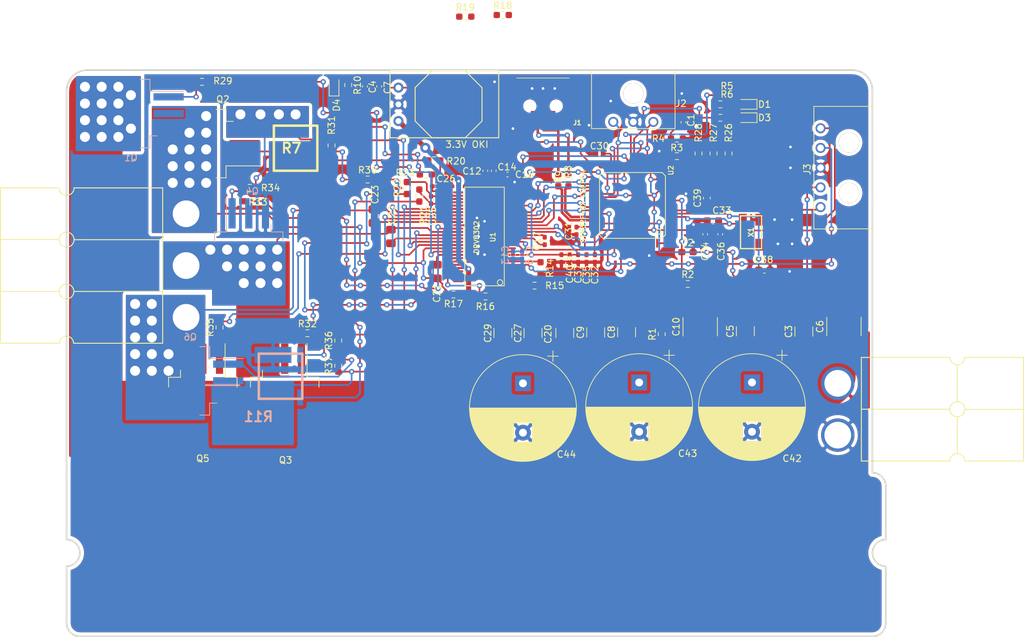
<source format=kicad_pcb>
(kicad_pcb (version 20171130) (host pcbnew "(5.1.4)-1")
  (layers (0 F.Cu signal) (31 B.Cu signal) (34 B.Paste user) (35 F.Paste user) (36 B.SilkS user) (37 F.SilkS user) (38 B.Mask user) (39 F.Mask user) (44 Edge.Cuts user))
  (net 0 "")
  (net 1 H2_LOW)
  (net 2 ADC_TEMP)
  (net 3 AN_IN)
  (net 4 VDD)
  (net 5 +3V3)
  (net 6 "Net-(C12-Pad1)")
  (net 7 "Net-(C13-Pad1)")
  (net 8 "Net-(C17-Pad2)")
  (net 9 "Net-(C17-Pad1)")
  (net 10 "Net-(C18-Pad1)")
  (net 11 "Net-(C21-Pad2)")
  (net 12 H1_VS)
  (net 13 "Net-(C22-Pad2)")
  (net 14 H2_VS)
  (net 15 "Net-(C23-Pad2)")
  (net 16 H3_VS)
  (net 17 "Net-(C25-Pad2)")
  (net 18 "Net-(C25-Pad1)")
  (net 19 "Net-(C26-Pad2)")
  (net 20 "Net-(C26-Pad1)")
  (net 21 "Net-(C30-Pad2)")
  (net 22 "Net-(C31-Pad2)")
  (net 23 "Net-(C33-Pad1)")
  (net 24 "Net-(C38-Pad1)")
  (net 25 "Net-(C39-Pad1)")
  (net 26 "Net-(D1-Pad2)")
  (net 27 "Net-(D3-Pad2)")
  (net 28 "Net-(D4-Pad2)")
  (net 29 "Net-(J1-Pad3)")
  (net 30 "Net-(J1-Pad2)")
  (net 31 TX_SDA_NSS)
  (net 32 RX_SCL_MOSI)
  (net 33 "Net-(J3-Pad2)")
  (net 34 "Net-(J3-Pad4)")
  (net 35 "Net-(Q1-Pad2)")
  (net 36 H1_LOW)
  (net 37 "Net-(Q2-Pad2)")
  (net 38 "Net-(Q3-Pad2)")
  (net 39 "Net-(Q4-Pad2)")
  (net 40 "Net-(Q5-Pad2)")
  (net 41 H3_LOW)
  (net 42 "Net-(Q6-Pad2)")
  (net 43 LED_RED)
  (net 44 LED_GREEN)
  (net 45 "Net-(R14-Pad1)")
  (net 46 "Net-(R15-Pad1)")
  (net 47 "Net-(R16-Pad2)")
  (net 48 SENSE3)
  (net 49 SENSE2)
  (net 50 SENSE1)
  (net 51 M_H1)
  (net 52 M_L1)
  (net 53 M_H2)
  (net 54 M_L2)
  (net 55 M_H3)
  (net 56 M_L3)
  (net 57 BR_SO2)
  (net 58 BR_SO1)
  (net 59 FAULT)
  (net 60 L3)
  (net 61 H3)
  (net 62 L2)
  (net 63 H2)
  (net 64 L1)
  (net 65 EN_GATE)
  (net 66 DC_CAL)
  (net 67 H1)
  (net 68 USB+)
  (net 69 USB-)
  (net 70 "Net-(R20-Pad1)")
  (net 71 "Net-(R23-Pad1)")
  (net 72 "Net-(R11-Pad4)")
  (net 73 "Net-(R11-Pad3)")
  (module MRDT_Actives:IRFZ44ESTRLPBF (layer B.Cu) (at 83.312 116.459 180)
    (fp_text reference Q6 (at 0 6.65 180) (layer B.SilkS) (effects (justify mirror)))
    (fp_text value IRFZ44ESTRLPBF)
    (pad 2 smd rect (at -5.775 2.54 180) (size 4.600001 1.1) (layers B.Cu B.Paste B.Mask) (net 42 "Net-(Q6-Pad2)"))
    (pad "" smd rect (at -5.775 0 180) (size 4.600001 1.1) (layers B.Cu B.Paste B.Mask))
    (pad 3 smd rect (at -5.775 -2.54 180) (size 4.6 1.1) (layers B.Cu B.Paste B.Mask) (net 41 H3_LOW))
    (pad 1 smd rect (at 3.375 0 180) (size 9.399999 10.800001) (layers B.Cu B.Paste B.Mask) (net 16 H3_VS))
  )
  (module MRDT_Actives:IRFZ44ESTRLPBF (layer F.Cu) (at 85.217 118.872 270)
    (fp_text reference Q5 (at 9.398 0 180) (layer F.SilkS))
    (fp_text value IRFZ44ESTRLPBF)
    (pad 2 smd rect (at -5.775 -2.54 270) (size 4.600001 1.1) (layers F.Cu F.Paste F.Mask) (net 40 "Net-(Q5-Pad2)"))
    (pad "" smd rect (at -5.775 0 270) (size 4.600001 1.1) (layers F.Cu F.Paste F.Mask))
    (pad 3 smd rect (at -5.775 2.54 270) (size 4.6 1.1) (layers F.Cu F.Paste F.Mask) (net 16 H3_VS))
    (pad 1 smd rect (at 3.375 0 270) (size 9.399999 10.800001) (layers F.Cu F.Paste F.Mask) (net 4 VDD))
  )
  (module MRDT_Actives:IRFZ44ESTRLPBF (layer B.Cu) (at 92.202 96.774 270)
    (fp_text reference Q4 (at -9.144 -0.508) (layer B.SilkS) (effects (justify mirror)))
    (fp_text value IRFZ44ESTRLPBF)
    (pad 2 smd rect (at -5.775 2.54 270) (size 4.600001 1.1) (layers B.Cu B.Paste B.Mask) (net 39 "Net-(Q4-Pad2)"))
    (pad "" smd rect (at -5.775 0 270) (size 4.600001 1.1) (layers B.Cu B.Paste B.Mask))
    (pad 3 smd rect (at -5.775 -2.54 270) (size 4.6 1.1) (layers B.Cu B.Paste B.Mask) (net 1 H2_LOW))
    (pad 1 smd rect (at 3.375 0 270) (size 9.399999 10.800001) (layers B.Cu B.Paste B.Mask) (net 14 H2_VS))
  )
  (module MRDT_Actives:IRFZ44ESTRLPBF (layer F.Cu) (at 97.663 118.872 270)
    (fp_text reference Q3 (at 9.652 -0.127 180) (layer F.SilkS))
    (fp_text value IRFZ44ESTRLPBF)
    (pad 2 smd rect (at -5.775 -2.54 270) (size 4.600001 1.1) (layers F.Cu F.Paste F.Mask) (net 38 "Net-(Q3-Pad2)"))
    (pad "" smd rect (at -5.775 0 270) (size 4.600001 1.1) (layers F.Cu F.Paste F.Mask))
    (pad 3 smd rect (at -5.775 2.54 270) (size 4.6 1.1) (layers F.Cu F.Paste F.Mask) (net 14 H2_VS))
    (pad 1 smd rect (at 3.375 0 270) (size 9.399999 10.800001) (layers F.Cu F.Paste F.Mask) (net 4 VDD))
  )
  (module MRDT_Actives:IRFZ44ESTRLPBF (layer F.Cu) (at 85.798 80.391 180)
    (fp_text reference Q2 (at -2.467 6.731) (layer F.SilkS))
    (fp_text value IRFZ44ESTRLPBF)
    (pad 2 smd rect (at -5.775 -2.54 180) (size 4.600001 1.1) (layers F.Cu F.Paste F.Mask) (net 37 "Net-(Q2-Pad2)"))
    (pad "" smd rect (at -5.775 0 180) (size 4.600001 1.1) (layers F.Cu F.Paste F.Mask))
    (pad 3 smd rect (at -5.775 2.54 180) (size 4.6 1.1) (layers F.Cu F.Paste F.Mask) (net 36 H1_LOW))
    (pad 1 smd rect (at 3.375 0 180) (size 9.399999 10.800001) (layers F.Cu F.Paste F.Mask) (net 12 H1_VS))
  )
  (module MRDT_Actives:IRFZ44ESTRLPBF (layer B.Cu) (at 74.241 75.819 180)
    (fp_text reference Q1 (at -0.054 -6.731 180) (layer B.SilkS) (effects (justify mirror)))
    (fp_text value IRFZ44ESTRLPBF)
    (pad 2 smd rect (at -5.775 2.54 180) (size 4.600001 1.1) (layers B.Cu B.Paste B.Mask) (net 35 "Net-(Q1-Pad2)"))
    (pad "" smd rect (at -5.775 0 180) (size 4.600001 1.1) (layers B.Cu B.Paste B.Mask))
    (pad 3 smd rect (at -5.775 -2.54 180) (size 4.6 1.1) (layers B.Cu B.Paste B.Mask) (net 12 H1_VS))
    (pad 1 smd rect (at 3.375 0 180) (size 9.399999 10.800001) (layers B.Cu B.Paste B.Mask) (net 4 VDD))
  )
  (module crf1:WSLP2726 (layer B.Cu) (at 98.933 115.7605 90)
    (fp_text reference R11 (at -6.1595 -5.2705 180) (layer B.SilkS) (effects (font (size 1.524 1.524) (thickness 0.3048)) (justify mirror)))
    (fp_text value 1m hide)
    (pad 4 smd rect (at 3.2385 1.0795 90) (size 2.4384 0.889) (layers B.Cu B.Paste B.Mask) (net 72 "Net-(R11-Pad4)"))
    (pad 3 smd rect (at -3.2385 1.0795 90) (size 2.4384 0.889) (layers B.Cu B.Paste B.Mask) (net 73 "Net-(R11-Pad3)"))
    (pad 2 smd rect (at 3.2385 -3.048 90) (size 2.4384 5.588) (layers B.Cu B.Paste B.Mask) (net 1 H2_LOW))
    (pad 1 smd rect (at -3.2385 -3.048 90) (size 2.4384 5.588) (layers B.Cu B.Paste B.Mask) (net 41 H3_LOW))
  )
  (module crf1:WSLP2726 (layer F.Cu) (at 101.219 81.0895 270)
    (fp_text reference R7 (at 0 2.54) (layer F.SilkS) (effects (font (size 1.524 1.524) (thickness 0.3048))))
    (fp_text value 1m hide)
    (pad 4 smd rect (at 3.2385 -1.0795 270) (size 2.4384 0.889) (layers F.Cu F.Paste F.Mask) (net 70 "Net-(R20-Pad1)"))
    (pad 3 smd rect (at -3.2385 -1.0795 270) (size 2.4384 0.889) (layers F.Cu F.Paste F.Mask) (net 71 "Net-(R23-Pad1)"))
    (pad 2 smd rect (at 3.2385 3.048 270) (size 2.4384 5.588) (layers F.Cu F.Paste F.Mask) (net 1 H2_LOW))
    (pad 1 smd rect (at -3.2385 3.048 270) (size 2.4384 5.588) (layers F.Cu F.Paste F.Mask) (net 36 H1_LOW))
  )
  (module MRDT_Devices:OKI_Horizontal (layer F.Cu) (at 114.935 76.962 90)
    (fp_text reference U3 hide)
    (fp_text value "3.3V OKI" (at -3.556 10.414 180) (layer F.SilkS))
    (pad 3 thru_hole circle (at 5.08 0 90) (size 1.524 1.524) (drill 0.889) (layers *.Cu *.Mask) (net 5 +3V3))
    (pad 2 thru_hole circle (at 2.54 0 90) (size 1.524 1.524) (drill 0.889) (layers *.Cu *.Mask) (net 1 H2_LOW))
    (pad 1 thru_hole circle (at 0 0 90) (size 1.524 1.524) (drill 0.889) (layers *.Cu *.Mask) (net 4 VDD))
  )
  (module MRDT_Connectors:MOLEX_uF_S_05_Horizontal (layer F.Cu) (at 178.054 84.0486 270)
    (fp_text reference J3 (at 0.254 1.016 90) (layer F.SilkS))
    (fp_text value Programming)
    (pad 4 thru_hole circle (at 2.9972 -1.016) (size 1.524 1.524) (drill 1.016) (layers *.Cu *.Mask) (net 34 "Net-(J3-Pad4)"))
    (pad 3 thru_hole circle (at 0 -1.016) (size 1.524 1.524) (drill 1.016) (layers *.Cu *.Mask) (net 1 H2_LOW))
    (pad "" thru_hole circle (at -3.8354 -5.334 270) (size 3.0734 3.0734) (drill 3.0734) (layers *.Cu *.Mask))
    (pad 2 thru_hole circle (at -2.9972 -1.016) (size 1.524 1.524) (drill 1.016) (layers *.Cu *.Mask) (net 33 "Net-(J3-Pad2)"))
    (pad 1 thru_hole circle (at -5.9944 -1.016) (size 1.524 1.524) (drill 1.016) (layers *.Cu *.Mask) (net 5 +3V3))
    (pad "" thru_hole circle (at 3.8354 -5.334 270) (size 3.0734 3.0734) (drill 3.0734) (layers *.Cu *.Mask))
    (pad 5 thru_hole circle (at 5.9944 -1.016) (size 1.524 1.524) (drill 1.016) (layers *.Cu *.Mask) (net 25 "Net-(C39-Pad1)"))
  )
  (module MRDT_Connectors:MOLEX_uF_S_03_Horizontal (layer F.Cu) (at 150.622 78.105)
    (fp_text reference J2 (at 7.239 -3.81) (layer F.SilkS))
    (fp_text value "SERIAL PORT")
    (pad 3 thru_hole circle (at 3.048 -1.016 90) (size 1.524 1.524) (drill 1.016) (layers *.Cu *.Mask) (net 31 TX_SDA_NSS))
    (pad "" thru_hole circle (at 0 -5.334) (size 3.0734 3.0734) (drill 3.0734) (layers *.Cu *.Mask))
    (pad 2 thru_hole circle (at 0 -1.016 90) (size 1.524 1.524) (drill 1.016) (layers *.Cu *.Mask) (net 1 H2_LOW))
    (pad 1 thru_hole circle (at -3.048 -1.016 90) (size 1.524 1.524) (drill 1.016) (layers *.Cu *.Mask) (net 32 RX_SCL_MOSI))
  )
  (module crf1:Crystal_5x3mm (layer F.Cu) (at 168.50868 93.85808 270)
    (fp_text reference X1 (at 0 0 90) (layer F.SilkS) (effects (font (size 0.762 0.762) (thickness 0.1905))))
    (fp_text value "8MHz, 10ppm" hide)
    (pad 3 smd rect (at 1.89992 -1.24968 270) (size 1.80086 1.19888) (layers F.Cu F.Paste F.Mask) (net 24 "Net-(C38-Pad1)"))
    (pad 2 smd rect (at 1.89992 1.24968 270) (size 1.80086 1.19888) (layers F.Cu F.Paste F.Mask) (net 1 H2_LOW))
    (pad 1 smd rect (at -1.89992 1.24968 270) (size 1.80086 1.19888) (layers F.Cu F.Paste F.Mask) (net 23 "Net-(C33-Pad1)"))
    (pad 4 smd rect (at -1.89992 -1.24968 270) (size 1.80086 1.19888) (layers F.Cu F.Paste F.Mask) (net 1 H2_LOW))
  )
  (module MRDT_Connectors:Anderson_2_Horizontal_Side_by_Side_PV (layer F.Cu) (at 181.711 124.714 180)
    (fp_text reference Conn1 hide)
    (fp_text value "Pack Voltage")
    (pad 4 thru_hole circle (at 0.0254 7.874 180) (size 5.08 5.08) (drill 4.06) (layers *.Cu *.Mask F.Paste) (net 4 VDD))
    (pad 1 thru_hole circle (at 0.0254 0 180) (size 5.08 5.08) (drill 4.06) (layers *.Cu *.Mask F.Paste) (net 1 H2_LOW))
  )
  (module MRDT_Connectors:Anderson_3_Horizontal_Side_by_Side (layer F.Cu) (at 82.677 91.059)
    (fp_text reference Conn2 hide)
    (fp_text value Phases)
    (pad 1 thru_hole circle (at 0 0) (size 5.08 5.08) (drill 4.06) (layers *.Cu *.Mask F.Paste) (net 12 H1_VS))
    (pad 2 thru_hole circle (at 0 7.874) (size 5.08 5.08) (drill 4.06) (layers *.Cu *.Mask F.Paste) (net 14 H2_VS))
    (pad 3 thru_hole circle (at 0 15.748) (size 5.08 5.08) (drill 4.06) (layers *.Cu *.Mask F.Paste) (net 16 H3_VS))
  )
  (module crf1:USB-UX60R-MB-5ST (layer F.Cu) (at 136.906 74.676 180)
    (fp_text reference J1 (at -5.207 -2.54 180) (layer F.SilkS) (effects (font (size 0.7 0.7) (thickness 0.175))))
    (fp_text value USB_B_Mini hide)
    (pad "" np_thru_hole circle (at 2 0 180) (size 1 1) (drill 1) (layers *.Cu *.Mask F.SilkS) (clearance 0.2))
    (pad "" np_thru_hole circle (at -2 0 180) (size 1 1) (drill 1) (layers *.Cu *.Mask F.SilkS) (clearance 0.2))
    (pad 5 smd rect (at 4.35 2.775 180) (size 2 2.2) (layers F.Cu F.Paste F.Mask) (net 1 H2_LOW))
    (pad 5 smd rect (at -4.35 2.775 180) (size 2 2.2) (layers F.Cu F.Paste F.Mask) (net 1 H2_LOW))
    (pad 5 smd rect (at 4.55 -0.3 180) (size 2.4 2.2) (layers F.Cu F.Paste F.Mask) (net 1 H2_LOW))
    (pad 5 smd rect (at -4.55 -0.3 180) (size 2.4 2.2) (layers F.Cu F.Paste F.Mask) (net 1 H2_LOW))
    (pad 5 smd rect (at -1.6 -1.5 180) (size 0.5 1.5) (layers F.Cu F.Paste F.Mask) (net 1 H2_LOW))
    (pad 4 smd rect (at -0.8 -1.5 180) (size 0.5 1.5) (layers F.Cu F.Paste F.Mask))
    (pad 3 smd rect (at 0 -1.5 180) (size 0.5 1.5) (layers F.Cu F.Paste F.Mask) (net 29 "Net-(J1-Pad3)"))
    (pad 2 smd rect (at 0.8 -1.5 180) (size 0.5 1.5) (layers F.Cu F.Paste F.Mask) (net 30 "Net-(J1-Pad2)"))
    (pad 1 smd rect (at 1.6 -1.5 180) (size 0.5 1.5) (layers F.Cu F.Paste F.Mask))
  )
  (module crf1:lqfp64_pad_mod (layer F.Cu) (at 150.495 89.789 90)
    (fp_text reference U2 (at 5.334 5.842 90) (layer F.SilkS) (effects (font (size 0.7493 0.7493) (thickness 0.14986))))
    (fp_text value STM32F40X_LQFP64 (at -0.127 -7.493 90) (layer F.SilkS) (effects (font (size 0.7493 0.7493) (thickness 0.14986))))
    (pad 64 smd rect (at -5.75056 3.74904 90) (size 1.30048 0.3) (layers F.Cu F.Paste F.Mask) (net 5 +3V3))
    (pad 63 smd rect (at -5.75056 3.2512 90) (size 1.30048 0.3) (layers F.Cu F.Paste F.Mask) (net 1 H2_LOW))
    (pad 62 smd rect (at -5.75056 2.75082 90) (size 1.30048 0.3) (layers F.Cu F.Paste F.Mask))
    (pad 61 smd rect (at -5.75056 2.25044 90) (size 1.30048 0.3) (layers F.Cu F.Paste F.Mask))
    (pad 60 smd rect (at -5.75056 1.75006 90) (size 1.30048 0.3) (layers F.Cu F.Paste F.Mask) (net 1 H2_LOW))
    (pad 48 smd rect (at -3.74904 -5.75056 90) (size 0.3 1.30048) (layers F.Cu F.Paste F.Mask) (net 5 +3V3))
    (pad 47 smd rect (at -3.2512 -5.75056 90) (size 0.3 1.30048) (layers F.Cu F.Paste F.Mask) (net 22 "Net-(C31-Pad2)"))
    (pad 46 smd rect (at -2.75082 -5.75056 90) (size 0.3 1.30048) (layers F.Cu F.Paste F.Mask) (net 34 "Net-(J3-Pad4)"))
    (pad 45 smd rect (at -2.25044 -5.75056 90) (size 0.3 1.30048) (layers F.Cu F.Paste F.Mask) (net 68 USB+))
    (pad 44 smd rect (at -1.75006 -5.75056 90) (size 0.3 1.30048) (layers F.Cu F.Paste F.Mask) (net 69 USB-))
    (pad 32 smd rect (at 5.75056 -3.74904 90) (size 1.30048 0.3) (layers F.Cu F.Paste F.Mask) (net 5 +3V3))
    (pad 31 smd rect (at 5.75056 -3.2512 90) (size 1.30048 0.3) (layers F.Cu F.Paste F.Mask) (net 21 "Net-(C30-Pad2)"))
    (pad 30 smd rect (at 5.75056 -2.75082 90) (size 1.30048 0.3) (layers F.Cu F.Paste F.Mask) (net 31 TX_SDA_NSS))
    (pad 29 smd rect (at 5.75056 -2.25044 90) (size 1.30048 0.3) (layers F.Cu F.Paste F.Mask) (net 32 RX_SCL_MOSI))
    (pad 28 smd rect (at 5.75056 -1.75006 90) (size 1.30048 0.3) (layers F.Cu F.Paste F.Mask))
    (pad 16 smd rect (at 3.74904 5.75056 90) (size 0.3 1.30048) (layers F.Cu F.Paste F.Mask) (net 50 SENSE1))
    (pad 15 smd rect (at 3.2512 5.75056 90) (size 0.3 1.30048) (layers F.Cu F.Paste F.Mask) (net 49 SENSE2))
    (pad 14 smd rect (at 2.75082 5.75056 90) (size 0.3 1.30048) (layers F.Cu F.Paste F.Mask) (net 48 SENSE3))
    (pad 13 smd rect (at 2.25044 5.75056 90) (size 0.3 1.30048) (layers F.Cu F.Paste F.Mask) (net 5 +3V3))
    (pad 12 smd rect (at 1.75006 5.75056 90) (size 0.3 1.30048) (layers F.Cu F.Paste F.Mask) (net 1 H2_LOW))
    (pad 59 smd rect (at -5.75056 1.24968 90) (size 1.30048 0.3) (layers F.Cu F.Paste F.Mask))
    (pad 58 smd rect (at -5.75056 0.7493 90) (size 1.30048 0.3) (layers F.Cu F.Paste F.Mask))
    (pad 57 smd rect (at -5.75056 0.24892 90) (size 1.30048 0.3) (layers F.Cu F.Paste F.Mask))
    (pad 43 smd rect (at -1.24968 -5.75056 90) (size 0.3 1.30048) (layers F.Cu F.Paste F.Mask) (net 67 H1))
    (pad 42 smd rect (at -0.7493 -5.75056 90) (size 0.3 1.30048) (layers F.Cu F.Paste F.Mask) (net 63 H2))
    (pad 41 smd rect (at -0.24892 -5.75056 90) (size 0.3 1.30048) (layers F.Cu F.Paste F.Mask) (net 61 H3))
    (pad 27 smd rect (at 5.75056 -1.24968 90) (size 1.30048 0.3) (layers F.Cu F.Paste F.Mask) (net 58 BR_SO1))
    (pad 26 smd rect (at 5.75056 -0.7493 90) (size 1.30048 0.3) (layers F.Cu F.Paste F.Mask) (net 57 BR_SO2))
    (pad 25 smd rect (at 5.75056 -0.24892 90) (size 1.30048 0.3) (layers F.Cu F.Paste F.Mask) (net 43 LED_RED))
    (pad 11 smd rect (at 1.24968 5.75056 90) (size 0.3 1.30048) (layers F.Cu F.Paste F.Mask))
    (pad 10 smd rect (at 0.7493 5.75056 90) (size 0.3 1.30048) (layers F.Cu F.Paste F.Mask) (net 3 AN_IN))
    (pad 9 smd rect (at 0.24892 5.75056 90) (size 0.3 1.30048) (layers F.Cu F.Paste F.Mask))
    (pad 56 smd rect (at -5.75056 -0.24892 90) (size 1.30048 0.3) (layers F.Cu F.Paste F.Mask))
    (pad 55 smd rect (at -5.75056 -0.7493 90) (size 1.30048 0.3) (layers F.Cu F.Paste F.Mask))
    (pad 54 smd rect (at -5.75056 -1.24968 90) (size 1.30048 0.3) (layers F.Cu F.Paste F.Mask))
    (pad 53 smd rect (at -5.75056 -1.75006 90) (size 1.30048 0.3) (layers F.Cu F.Paste F.Mask) (net 59 FAULT))
    (pad 52 smd rect (at -5.75056 -2.25044 90) (size 1.30048 0.3) (layers F.Cu F.Paste F.Mask))
    (pad 51 smd rect (at -5.75056 -2.75082 90) (size 1.30048 0.3) (layers F.Cu F.Paste F.Mask) (net 65 EN_GATE))
    (pad 50 smd rect (at -5.75056 -3.2512 90) (size 1.30048 0.3) (layers F.Cu F.Paste F.Mask))
    (pad 49 smd rect (at -5.75056 -3.74904 90) (size 1.30048 0.3) (layers F.Cu F.Paste F.Mask) (net 33 "Net-(J3-Pad2)"))
    (pad 40 smd rect (at 0.24892 -5.75056 90) (size 0.3 1.30048) (layers F.Cu F.Paste F.Mask))
    (pad 39 smd rect (at 0.7493 -5.75056 90) (size 0.3 1.30048) (layers F.Cu F.Paste F.Mask))
    (pad 38 smd rect (at 1.24968 -5.75056 90) (size 0.3 1.30048) (layers F.Cu F.Paste F.Mask) (net 32 RX_SCL_MOSI))
    (pad 37 smd rect (at 1.75006 -5.75056 90) (size 0.3 1.30048) (layers F.Cu F.Paste F.Mask) (net 31 TX_SDA_NSS))
    (pad 36 smd rect (at 2.25044 -5.75056 90) (size 0.3 1.30048) (layers F.Cu F.Paste F.Mask) (net 64 L1))
    (pad 35 smd rect (at 2.75082 -5.75056 90) (size 0.3 1.30048) (layers F.Cu F.Paste F.Mask) (net 62 L2))
    (pad 34 smd rect (at 3.2512 -5.75056 90) (size 0.3 1.30048) (layers F.Cu F.Paste F.Mask) (net 60 L3))
    (pad 33 smd rect (at 3.74904 -5.75056 90) (size 0.3 1.30048) (layers F.Cu F.Paste F.Mask) (net 66 DC_CAL))
    (pad 24 smd rect (at 5.75056 0.24892 90) (size 1.30048 0.3) (layers F.Cu F.Paste F.Mask) (net 44 LED_GREEN))
    (pad 23 smd rect (at 5.75056 0.7493 90) (size 1.30048 0.3) (layers F.Cu F.Paste F.Mask) (net 32 RX_SCL_MOSI))
    (pad 22 smd rect (at 5.75056 1.24968 90) (size 1.30048 0.3) (layers F.Cu F.Paste F.Mask))
    (pad 21 smd rect (at 5.75056 1.75006 90) (size 1.30048 0.3) (layers F.Cu F.Paste F.Mask))
    (pad 20 smd rect (at 5.75056 2.25044 90) (size 1.30048 0.3) (layers F.Cu F.Paste F.Mask) (net 31 TX_SDA_NSS))
    (pad 19 smd rect (at 5.75056 2.75082 90) (size 1.30048 0.3) (layers F.Cu F.Paste F.Mask) (net 5 +3V3))
    (pad 18 smd rect (at 5.75056 3.2512 90) (size 1.30048 0.3) (layers F.Cu F.Paste F.Mask) (net 1 H2_LOW))
    (pad 17 smd rect (at 5.75056 3.74904 90) (size 1.30048 0.3) (layers F.Cu F.Paste F.Mask) (net 2 ADC_TEMP))
    (pad 3 smd rect (at -2.75082 5.75056 90) (size 0.3 1.30048) (layers F.Cu F.Paste F.Mask))
    (pad 2 smd rect (at -3.2512 5.75056 90) (size 0.3 1.30048) (layers F.Cu F.Paste F.Mask))
    (pad 1 smd rect (at -3.74904 5.75056 90) (size 0.3 1.30048) (layers F.Cu F.Paste F.Mask) (net 5 +3V3))
    (pad 8 smd rect (at -0.24892 5.75056 90) (size 0.3 1.30048) (layers F.Cu F.Paste F.Mask))
    (pad 7 smd rect (at -0.7493 5.75056 90) (size 0.3 1.30048) (layers F.Cu F.Paste F.Mask) (net 25 "Net-(C39-Pad1)"))
    (pad 6 smd rect (at -1.24968 5.75056 90) (size 0.3 1.30048) (layers F.Cu F.Paste F.Mask) (net 24 "Net-(C38-Pad1)"))
    (pad 5 smd rect (at -1.75006 5.75056 90) (size 0.3 1.30048) (layers F.Cu F.Paste F.Mask) (net 23 "Net-(C33-Pad1)"))
    (pad 4 smd rect (at -2.25044 5.75056 90) (size 0.3 1.30048) (layers F.Cu F.Paste F.Mask))
  )
  (module crf1:TSSOP-56-PP (layer F.Cu) (at 128.016 94.615 90)
    (fp_text reference U1 (at 0 1.27 90) (layer F.SilkS) (effects (font (size 0.7493 0.7493) (thickness 0.14986))))
    (fp_text value DRV8302 (at 0 -1.2065 90) (layer F.SilkS) (effects (font (size 0.7493 0.7493) (thickness 0.14986))))
    (pad 57 smd rect (at 0 0 90) (size 7.00024 3.59918) (layers F.Cu F.Paste F.Mask) (net 1 H2_LOW))
    (pad 56 smd rect (at -6.69544 -4.0005 90) (size 0.29972 1.50114) (layers F.Cu F.Paste F.Mask))
    (pad 55 smd rect (at -6.1976 -4.0005 90) (size 0.29972 1.50114) (layers F.Cu F.Paste F.Mask))
    (pad 54 smd rect (at -5.69722 -4.0005 90) (size 0.29972 1.50114) (layers F.Cu F.Paste F.Mask))
    (pad 53 smd rect (at -5.19684 -4.0005 90) (size 0.29972 1.50114) (layers F.Cu F.Paste F.Mask))
    (pad 52 smd rect (at -4.69646 -4.0005 90) (size 0.29972 1.50114) (layers F.Cu F.Paste F.Mask))
    (pad 51 smd rect (at -4.19608 -4.0005 90) (size 0.29972 1.50114) (layers F.Cu F.Paste F.Mask))
    (pad 50 smd rect (at -3.6957 -4.0005 90) (size 0.29972 1.50114) (layers F.Cu F.Paste F.Mask))
    (pad 49 smd rect (at -3.19786 -4.0005 90) (size 0.29972 1.50114) (layers F.Cu F.Paste F.Mask) (net 47 "Net-(R16-Pad2)"))
    (pad 28 smd rect (at 6.80212 4.0005 90) (size 0.29972 1.50114) (layers F.Cu F.Paste F.Mask) (net 1 H2_LOW))
    (pad 27 smd rect (at 6.30428 4.0005 90) (size 0.29972 1.50114) (layers F.Cu F.Paste F.Mask) (net 10 "Net-(C18-Pad1)"))
    (pad 26 smd rect (at 5.8039 4.0005 90) (size 0.29972 1.50114) (layers F.Cu F.Paste F.Mask) (net 57 BR_SO2))
    (pad 25 smd rect (at 5.30352 4.0005 90) (size 0.29972 1.50114) (layers F.Cu F.Paste F.Mask) (net 58 BR_SO1))
    (pad 11 smd rect (at -1.69672 4.0005 90) (size 0.29972 1.50114) (layers F.Cu F.Paste F.Mask) (net 6 "Net-(C12-Pad1)"))
    (pad 10 smd rect (at -2.1971 4.0005 90) (size 0.29972 1.50114) (layers F.Cu F.Paste F.Mask) (net 1 H2_LOW))
    (pad 9 smd rect (at -2.69748 4.0005 90) (size 0.29972 1.50114) (layers F.Cu F.Paste F.Mask) (net 5 +3V3))
    (pad 8 smd rect (at -3.19786 4.0005 90) (size 0.29972 1.50114) (layers F.Cu F.Paste F.Mask) (net 1 H2_LOW))
    (pad 7 smd rect (at -3.6957 4.0005 90) (size 0.29972 1.50114) (layers F.Cu F.Paste F.Mask) (net 45 "Net-(R14-Pad1)"))
    (pad 6 smd rect (at -4.19608 4.0005 90) (size 0.29972 1.50114) (layers F.Cu F.Paste F.Mask) (net 59 FAULT))
    (pad 5 smd rect (at -4.69646 4.0005 90) (size 0.29972 1.50114) (layers F.Cu F.Paste F.Mask))
    (pad 4 smd rect (at -5.19684 4.0005 90) (size 0.29972 1.50114) (layers F.Cu F.Paste F.Mask))
    (pad 3 smd rect (at -5.69722 4.0005 90) (size 0.29972 1.50114) (layers F.Cu F.Paste F.Mask))
    (pad 2 smd rect (at -6.1976 4.0005 90) (size 0.29972 1.50114) (layers F.Cu F.Paste F.Mask))
    (pad 1 smd rect (at -6.69544 4.0005 90) (size 0.29972 1.50114) (layers F.Cu F.Paste F.Mask) (net 46 "Net-(R15-Pad1)"))
    (pad 24 smd rect (at 4.80314 4.0005 90) (size 0.29972 1.50114) (layers F.Cu F.Paste F.Mask) (net 5 +3V3))
    (pad 23 smd rect (at 4.30276 4.0005 90) (size 0.29972 1.50114) (layers F.Cu F.Paste F.Mask) (net 6 "Net-(C12-Pad1)"))
    (pad 22 smd rect (at 3.80238 4.0005 90) (size 0.29972 1.50114) (layers F.Cu F.Paste F.Mask) (net 60 L3))
    (pad 21 smd rect (at 3.30454 4.0005 90) (size 0.29972 1.50114) (layers F.Cu F.Paste F.Mask) (net 61 H3))
    (pad 20 smd rect (at 2.80416 4.0005 90) (size 0.29972 1.50114) (layers F.Cu F.Paste F.Mask) (net 62 L2))
    (pad 19 smd rect (at 2.30378 4.0005 90) (size 0.29972 1.50114) (layers F.Cu F.Paste F.Mask) (net 63 H2))
    (pad 18 smd rect (at 1.8034 4.0005 90) (size 0.29972 1.50114) (layers F.Cu F.Paste F.Mask) (net 64 L1))
    (pad 32 smd rect (at 5.30352 -4.0005 90) (size 0.29972 1.50114) (layers F.Cu F.Paste F.Mask) (net 18 "Net-(C25-Pad1)"))
    (pad 16 smd rect (at 0.80264 4.0005 90) (size 0.29972 1.50114) (layers F.Cu F.Paste F.Mask) (net 65 EN_GATE))
    (pad 15 smd rect (at 0.30226 4.0005 90) (size 0.29972 1.50114) (layers F.Cu F.Paste F.Mask) (net 8 "Net-(C17-Pad2)"))
    (pad 14 smd rect (at -0.19558 4.0005 90) (size 0.29972 1.50114) (layers F.Cu F.Paste F.Mask) (net 9 "Net-(C17-Pad1)"))
    (pad 13 smd rect (at -0.69596 4.0005 90) (size 0.29972 1.50114) (layers F.Cu F.Paste F.Mask) (net 7 "Net-(C13-Pad1)"))
    (pad 12 smd rect (at -1.19634 4.0005 90) (size 0.29972 1.50114) (layers F.Cu F.Paste F.Mask) (net 66 DC_CAL))
    (pad 37 smd rect (at 2.80416 -4.0005 90) (size 0.29972 1.50114) (layers F.Cu F.Paste F.Mask) (net 55 M_H3))
    (pad 36 smd rect (at 3.30454 -4.0005 90) (size 0.29972 1.50114) (layers F.Cu F.Paste F.Mask) (net 16 H3_VS))
    (pad 35 smd rect (at 3.80238 -4.0005 90) (size 0.29972 1.50114) (layers F.Cu F.Paste F.Mask) (net 56 M_L3))
    (pad 34 smd rect (at 4.30276 -4.0005 90) (size 0.29972 1.50114) (layers F.Cu F.Paste F.Mask) (net 41 H3_LOW))
    (pad 33 smd rect (at 4.80314 -4.0005 90) (size 0.29972 1.50114) (layers F.Cu F.Paste F.Mask) (net 17 "Net-(C25-Pad2)"))
    (pad 17 smd rect (at 1.30302 4.0005 90) (size 0.29972 1.50114) (layers F.Cu F.Paste F.Mask) (net 67 H1))
    (pad 31 smd rect (at 5.8039 -4.0005 90) (size 0.29972 1.50114) (layers F.Cu F.Paste F.Mask) (net 19 "Net-(C26-Pad2)"))
    (pad 30 smd rect (at 6.30428 -4.0005 90) (size 0.29972 1.50114) (layers F.Cu F.Paste F.Mask) (net 20 "Net-(C26-Pad1)"))
    (pad 29 smd rect (at 6.80212 -4.0005 90) (size 0.29972 1.50114) (layers F.Cu F.Paste F.Mask) (net 4 VDD))
    (pad 48 smd rect (at -2.69748 -4.0005 90) (size 0.29972 1.50114) (layers F.Cu F.Paste F.Mask) (net 11 "Net-(C21-Pad2)"))
    (pad 47 smd rect (at -2.1971 -4.0005 90) (size 0.29972 1.50114) (layers F.Cu F.Paste F.Mask) (net 51 M_H1))
    (pad 46 smd rect (at -1.69672 -4.0005 90) (size 0.29972 1.50114) (layers F.Cu F.Paste F.Mask) (net 12 H1_VS))
    (pad 45 smd rect (at -1.19634 -4.0005 90) (size 0.29972 1.50114) (layers F.Cu F.Paste F.Mask) (net 52 M_L1))
    (pad 44 smd rect (at -0.69596 -4.0005 90) (size 0.29972 1.50114) (layers F.Cu F.Paste F.Mask) (net 36 H1_LOW))
    (pad 43 smd rect (at -0.19558 -4.0005 90) (size 0.29972 1.50114) (layers F.Cu F.Paste F.Mask) (net 13 "Net-(C22-Pad2)"))
    (pad 42 smd rect (at 0.30226 -4.0005 90) (size 0.29972 1.50114) (layers F.Cu F.Paste F.Mask) (net 53 M_H2))
    (pad 41 smd rect (at 0.80264 -4.0005 90) (size 0.29972 1.50114) (layers F.Cu F.Paste F.Mask) (net 14 H2_VS))
    (pad 40 smd rect (at 1.30302 -4.0005 90) (size 0.29972 1.50114) (layers F.Cu F.Paste F.Mask) (net 54 M_L2))
    (pad 39 smd rect (at 1.8034 -4.0005 90) (size 0.29972 1.50114) (layers F.Cu F.Paste F.Mask) (net 1 H2_LOW))
    (pad 38 smd rect (at 2.30378 -4.0005 90) (size 0.29972 1.50114) (layers F.Cu F.Paste F.Mask) (net 15 "Net-(C23-Pad2)"))
  )
  (module Resistor_SMD:R_0603_1608Metric_Pad0.98x0.95mm_HandSolder (layer F.Cu) (at 105.791 114.1495 90)
    (fp_text reference R37 (at 0 -1.43 90) (layer F.SilkS))
    (fp_text value 39K)
    (pad 2 smd roundrect (at 0.9125 0 90) (size 0.975 0.95) (layers F.Cu F.Paste F.Mask) (net 42 "Net-(Q6-Pad2)"))
    (pad 1 smd roundrect (at -0.9125 0 90) (size 0.975 0.95) (layers F.Cu F.Paste F.Mask) (net 41 H3_LOW))
  )
  (module Resistor_SMD:R_0603_1608Metric_Pad0.98x0.95mm_HandSolder (layer F.Cu) (at 105.791 110.3395 90)
    (fp_text reference R36 (at 0 -1.43 90) (layer F.SilkS))
    (fp_text value 4.7)
    (pad 2 smd roundrect (at 0.9125 0 90) (size 0.975 0.95) (layers F.Cu F.Paste F.Mask) (net 56 M_L3))
    (pad 1 smd roundrect (at -0.9125 0 90) (size 0.975 0.95) (layers F.Cu F.Paste F.Mask) (net 42 "Net-(Q6-Pad2)"))
  )
  (module Resistor_SMD:R_0603_1608Metric_Pad0.98x0.95mm_HandSolder (layer F.Cu) (at 87.757 108.331 90)
    (fp_text reference R35 (at 0 -1.43 90) (layer F.SilkS))
    (fp_text value 4.7)
    (pad 2 smd roundrect (at 0.9125 0 90) (size 0.975 0.95) (layers F.Cu F.Paste F.Mask) (net 55 M_H3))
    (pad 1 smd roundrect (at -0.9125 0 90) (size 0.975 0.95) (layers F.Cu F.Paste F.Mask) (net 40 "Net-(Q5-Pad2)"))
  )
  (module Resistor_SMD:R_0603_1608Metric_Pad0.98x0.95mm_HandSolder (layer F.Cu) (at 92.3525 87.122 180)
    (fp_text reference R34 (at -3.1515 0) (layer F.SilkS))
    (fp_text value 39K)
    (pad 2 smd roundrect (at 0.9125 0 180) (size 0.975 0.95) (layers F.Cu F.Paste F.Mask) (net 39 "Net-(Q4-Pad2)"))
    (pad 1 smd roundrect (at -0.9125 0 180) (size 0.975 0.95) (layers F.Cu F.Paste F.Mask) (net 36 H1_LOW))
  )
  (module Resistor_SMD:R_0603_1608Metric_Pad0.98x0.95mm_HandSolder (layer F.Cu) (at 90.5745 89.154)
    (fp_text reference R33 (at 3.0245 0.127) (layer F.SilkS))
    (fp_text value 4.7)
    (pad 2 smd roundrect (at 0.9125 0) (size 0.975 0.95) (layers F.Cu F.Paste F.Mask) (net 54 M_L2))
    (pad 1 smd roundrect (at -0.9125 0) (size 0.975 0.95) (layers F.Cu F.Paste F.Mask) (net 39 "Net-(Q4-Pad2)"))
  )
  (module Resistor_SMD:R_0603_1608Metric_Pad0.98x0.95mm_HandSolder (layer F.Cu) (at 101.1155 109.22)
    (fp_text reference R32 (at 0 -1.43) (layer F.SilkS))
    (fp_text value 4.7)
    (pad 2 smd roundrect (at 0.9125 0) (size 0.975 0.95) (layers F.Cu F.Paste F.Mask) (net 53 M_H2))
    (pad 1 smd roundrect (at -0.9125 0) (size 0.975 0.95) (layers F.Cu F.Paste F.Mask) (net 38 "Net-(Q3-Pad2)"))
  )
  (module Resistor_SMD:R_0603_1608Metric_Pad0.98x0.95mm_HandSolder (layer F.Cu) (at 104.775 80.6685 270)
    (fp_text reference R31 (at -3.0715 0 90) (layer F.SilkS))
    (fp_text value 39K)
    (pad 2 smd roundrect (at 0.9125 0 270) (size 0.975 0.95) (layers F.Cu F.Paste F.Mask) (net 37 "Net-(Q2-Pad2)"))
    (pad 1 smd roundrect (at -0.9125 0 270) (size 0.975 0.95) (layers F.Cu F.Paste F.Mask) (net 36 H1_LOW))
  )
  (module Resistor_SMD:R_0603_1608Metric_Pad0.98x0.95mm_HandSolder (layer F.Cu) (at 110.2595 85.852)
    (fp_text reference R30 (at 0 -1.43) (layer F.SilkS))
    (fp_text value 4.7)
    (pad 2 smd roundrect (at 0.9125 0) (size 0.975 0.95) (layers F.Cu F.Paste F.Mask) (net 52 M_L1))
    (pad 1 smd roundrect (at -0.9125 0) (size 0.975 0.95) (layers F.Cu F.Paste F.Mask) (net 37 "Net-(Q2-Pad2)"))
  )
  (module Resistor_SMD:R_0603_1608Metric_Pad0.98x0.95mm_HandSolder (layer F.Cu) (at 85.09 70.993)
    (fp_text reference R29 (at 3.175 -0.127) (layer F.SilkS))
    (fp_text value 4.7)
    (pad 2 smd roundrect (at 0.9125 0) (size 0.975 0.95) (layers F.Cu F.Paste F.Mask) (net 51 M_H1))
    (pad 1 smd roundrect (at -0.9125 0) (size 0.975 0.95) (layers F.Cu F.Paste F.Mask) (net 35 "Net-(Q1-Pad2)"))
  )
  (module Resistor_SMD:R_0603_1608Metric_Pad0.98x0.95mm_HandSolder (layer F.Cu) (at 160.528 81.8915 270)
    (fp_text reference R28 (at -3.1515 0 90) (layer F.SilkS))
    (fp_text value 2.2K)
    (pad 2 smd roundrect (at 0.9125 0 270) (size 0.975 0.95) (layers F.Cu F.Paste F.Mask) (net 50 SENSE1))
    (pad 1 smd roundrect (at -0.9125 0 270) (size 0.975 0.95) (layers F.Cu F.Paste F.Mask) (net 1 H2_LOW))
  )
  (module Resistor_SMD:R_0603_1608Metric_Pad0.98x0.95mm_HandSolder (layer F.Cu) (at 162.814 81.8915 270)
    (fp_text reference R27 (at -3.1515 0 90) (layer F.SilkS))
    (fp_text value 2.2K)
    (pad 2 smd roundrect (at 0.9125 0 270) (size 0.975 0.95) (layers F.Cu F.Paste F.Mask) (net 49 SENSE2))
    (pad 1 smd roundrect (at -0.9125 0 270) (size 0.975 0.95) (layers F.Cu F.Paste F.Mask) (net 1 H2_LOW))
  )
  (module Resistor_SMD:R_0603_1608Metric_Pad0.98x0.95mm_HandSolder (layer F.Cu) (at 165.1 81.8915 270)
    (fp_text reference R26 (at -3.1515 0 90) (layer F.SilkS))
    (fp_text value 2.2K)
    (pad 2 smd roundrect (at 0.9125 0 270) (size 0.975 0.95) (layers F.Cu F.Paste F.Mask) (net 48 SENSE3))
    (pad 1 smd roundrect (at -0.9125 0 270) (size 0.975 0.95) (layers F.Cu F.Paste F.Mask) (net 1 H2_LOW))
  )
  (module Resistor_SMD:R_0603_1608Metric_Pad0.98x0.95mm_HandSolder (layer F.Cu) (at 119.1025 85.09)
    (fp_text reference R23 (at -3.1515 -0.254) (layer F.SilkS))
    (fp_text value 100)
    (pad 2 smd roundrect (at 0.9125 0) (size 0.975 0.95) (layers F.Cu F.Paste F.Mask) (net 19 "Net-(C26-Pad2)"))
    (pad 1 smd roundrect (at -0.9125 0) (size 0.975 0.95) (layers F.Cu F.Paste F.Mask) (net 71 "Net-(R23-Pad1)"))
  )
  (module Resistor_SMD:R_0603_1608Metric_Pad0.98x0.95mm_HandSolder (layer F.Cu) (at 116.205 87.1455 90)
    (fp_text reference R22 (at 0.0235 -1.397 90) (layer F.SilkS))
    (fp_text value 100)
    (pad 2 smd roundrect (at 0.9125 0 90) (size 0.975 0.95) (layers F.Cu F.Paste F.Mask) (net 18 "Net-(C25-Pad1)"))
    (pad 1 smd roundrect (at -0.9125 0 90) (size 0.975 0.95) (layers F.Cu F.Paste F.Mask) (net 72 "Net-(R11-Pad4)"))
  )
  (module Resistor_SMD:R_0603_1608Metric_Pad0.98x0.95mm_HandSolder (layer F.Cu) (at 118.11 88.2885 90)
    (fp_text reference R21 (at -2.8975 0.635 270) (layer F.SilkS))
    (fp_text value 100)
    (pad 1 smd roundrect (at -0.9125 0 90) (size 0.975 0.95) (layers F.Cu F.Paste F.Mask) (net 73 "Net-(R11-Pad3)"))
    (pad 2 smd roundrect (at 0.9125 0 90) (size 0.975 0.95) (layers F.Cu F.Paste F.Mask) (net 17 "Net-(C25-Pad2)"))
  )
  (module Resistor_SMD:R_0603_1608Metric_Pad0.98x0.95mm_HandSolder (layer F.Cu) (at 120.3725 82.931)
    (fp_text reference R20 (at 3.3255 0.127) (layer F.SilkS))
    (fp_text value 100)
    (pad 2 smd roundrect (at 0.9125 0) (size 0.975 0.95) (layers F.Cu F.Paste F.Mask) (net 20 "Net-(C26-Pad1)"))
    (pad 1 smd roundrect (at -0.9125 0) (size 0.975 0.95) (layers F.Cu F.Paste F.Mask) (net 70 "Net-(R20-Pad1)"))
  )
  (module Resistor_SMD:R_0603_1608Metric_Pad0.98x0.95mm_HandSolder (layer F.Cu) (at 125.095 61.087)
    (fp_text reference R19 (at 0 -1.43) (layer F.SilkS))
    (fp_text value 39K)
    (pad 2 smd roundrect (at 0.9125 0) (size 0.975 0.95) (layers F.Cu F.Paste F.Mask) (net 16 H3_VS))
    (pad 1 smd roundrect (at -0.9125 0) (size 0.975 0.95) (layers F.Cu F.Paste F.Mask) (net 50 SENSE1))
  )
  (module Resistor_SMD:R_0603_1608Metric_Pad0.98x0.95mm_HandSolder (layer F.Cu) (at 130.7865 60.833)
    (fp_text reference R18 (at 0 -1.43) (layer F.SilkS))
    (fp_text value 39K)
    (pad 2 smd roundrect (at 0.9125 0) (size 0.975 0.95) (layers F.Cu F.Paste F.Mask) (net 14 H2_VS))
    (pad 1 smd roundrect (at -0.9125 0) (size 0.975 0.95) (layers F.Cu F.Paste F.Mask) (net 49 SENSE2))
  )
  (module Resistor_SMD:R_0603_1608Metric_Pad0.98x0.95mm_HandSolder (layer F.Cu) (at 123.2935 103.3272 180)
    (fp_text reference R17 (at 0 -1.43) (layer F.SilkS))
    (fp_text value 39K)
    (pad 2 smd roundrect (at 0.9125 0 180) (size 0.975 0.95) (layers F.Cu F.Paste F.Mask) (net 12 H1_VS))
    (pad 1 smd roundrect (at -0.9125 0 180) (size 0.975 0.95) (layers F.Cu F.Paste F.Mask) (net 48 SENSE3))
  )
  (module Resistor_SMD:R_0603_1608Metric_Pad0.98x0.95mm_HandSolder (layer F.Cu) (at 128.1665 103.632 180)
    (fp_text reference R16 (at 0.0235 -1.524) (layer F.SilkS))
    (fp_text value 1M)
    (pad 2 smd roundrect (at 0.9125 0 180) (size 0.975 0.95) (layers F.Cu F.Paste F.Mask) (net 47 "Net-(R16-Pad2)"))
    (pad 1 smd roundrect (at -0.9125 0 180) (size 0.975 0.95) (layers F.Cu F.Paste F.Mask) (net 1 H2_LOW))
  )
  (module Resistor_SMD:R_0603_1608Metric_Pad0.98x0.95mm_HandSolder (layer F.Cu) (at 135.6125 101.981)
    (fp_text reference R15 (at 3.0715 0) (layer F.SilkS))
    (fp_text value 220K)
    (pad 2 smd roundrect (at 0.9125 0) (size 0.975 0.95) (layers F.Cu F.Paste F.Mask) (net 1 H2_LOW))
    (pad 1 smd roundrect (at -0.9125 0) (size 0.975 0.95) (layers F.Cu F.Paste F.Mask) (net 46 "Net-(R15-Pad1)"))
  )
  (module Resistor_SMD:R_0603_1608Metric_Pad0.98x0.95mm_HandSolder (layer F.Cu) (at 136.525 99.3375 270)
    (fp_text reference R14 (at 0 -1.43 90) (layer F.SilkS))
    (fp_text value 10K)
    (pad 2 smd roundrect (at 0.9125 0 270) (size 0.975 0.95) (layers F.Cu F.Paste F.Mask) (net 1 H2_LOW))
    (pad 1 smd roundrect (at -0.9125 0 270) (size 0.975 0.95) (layers F.Cu F.Paste F.Mask) (net 45 "Net-(R14-Pad1)"))
  )
  (module Resistor_SMD:R_0603_1608Metric_Pad0.98x0.95mm_HandSolder (layer F.Cu) (at 107.315 71.4775 90)
    (fp_text reference R10 (at -0.0235 1.397 90) (layer F.SilkS))
    (fp_text value 2.2K)
    (pad 2 smd roundrect (at 0.9125 0 90) (size 0.975 0.95) (layers F.Cu F.Paste F.Mask) (net 28 "Net-(D4-Pad2)"))
    (pad 1 smd roundrect (at -0.9125 0 90) (size 0.975 0.95) (layers F.Cu F.Paste F.Mask) (net 5 +3V3))
  )
  (module Resistor_SMD:R_0603_1608Metric_Pad0.98x0.95mm_HandSolder (layer F.Cu) (at 140.76172 85.96122 90)
    (fp_text reference R9 (at 0.5315 -1.43 90) (layer F.SilkS))
    (fp_text value 22)
    (pad 2 smd roundrect (at 0.9125 0 90) (size 0.975 0.95) (layers F.Cu F.Paste F.Mask) (net 30 "Net-(J1-Pad2)"))
    (pad 1 smd roundrect (at -0.9125 0 90) (size 0.975 0.95) (layers F.Cu F.Paste F.Mask) (net 69 USB-))
  )
  (module Resistor_SMD:R_0603_1608Metric_Pad0.98x0.95mm_HandSolder (layer F.Cu) (at 139.22502 85.96058 270)
    (fp_text reference R8 (at -1.2935 -1.524 90) (layer F.SilkS))
    (fp_text value 22)
    (pad 2 smd roundrect (at 0.9125 0 270) (size 0.975 0.95) (layers F.Cu F.Paste F.Mask) (net 68 USB+))
    (pad 1 smd roundrect (at -0.9125 0 270) (size 0.975 0.95) (layers F.Cu F.Paste F.Mask) (net 29 "Net-(J1-Pad3)"))
  )
  (module Resistor_SMD:R_0603_1608Metric_Pad0.98x0.95mm_HandSolder (layer F.Cu) (at 163.8535 76.454)
    (fp_text reference R6 (at 0.9925 -3.556) (layer F.SilkS))
    (fp_text value 100)
    (pad 2 smd roundrect (at 0.9125 0) (size 0.975 0.95) (layers F.Cu F.Paste F.Mask) (net 27 "Net-(D3-Pad2)"))
    (pad 1 smd roundrect (at -0.9125 0) (size 0.975 0.95) (layers F.Cu F.Paste F.Mask) (net 44 LED_GREEN))
  )
  (module Resistor_SMD:R_0603_1608Metric_Pad0.98x0.95mm_HandSolder (layer F.Cu) (at 163.8535 74.422)
    (fp_text reference R5 (at 0.9925 -2.794) (layer F.SilkS))
    (fp_text value 100)
    (pad 2 smd roundrect (at 0.9125 0) (size 0.975 0.95) (layers F.Cu F.Paste F.Mask) (net 26 "Net-(D1-Pad2)"))
    (pad 1 smd roundrect (at -0.9125 0) (size 0.975 0.95) (layers F.Cu F.Paste F.Mask) (net 43 LED_RED))
  )
  (module Resistor_SMD:R_0603_1608Metric_Pad0.98x0.95mm_HandSolder (layer F.Cu) (at 157.2495 79.629)
    (fp_text reference R4 (at -2.8175 0) (layer F.SilkS))
    (fp_text value 10K)
    (pad 2 smd roundrect (at 0.9125 0) (size 0.975 0.95) (layers F.Cu F.Paste F.Mask) (net 1 H2_LOW))
    (pad 1 smd roundrect (at -0.9125 0) (size 0.975 0.95) (layers F.Cu F.Paste F.Mask) (net 2 ADC_TEMP))
  )
  (module Resistor_SMD:R_0603_1608Metric_Pad0.98x0.95mm_HandSolder (layer F.Cu) (at 157.2495 82.296 180)
    (fp_text reference R3 (at 0.0235 1.27) (layer F.SilkS))
    (fp_text value "NTC 10K")
    (pad 2 smd roundrect (at 0.9125 0 180) (size 0.975 0.95) (layers F.Cu F.Paste F.Mask) (net 2 ADC_TEMP))
    (pad 1 smd roundrect (at -0.9125 0 180) (size 0.975 0.95) (layers F.Cu F.Paste F.Mask) (net 5 +3V3))
  )
  (module Resistor_SMD:R_0603_1608Metric_Pad0.98x0.95mm_HandSolder (layer F.Cu) (at 158.9005 101.727)
    (fp_text reference R2 (at 0 -1.43) (layer F.SilkS))
    (fp_text value 2.2K)
    (pad 2 smd roundrect (at 0.9125 0) (size 0.975 0.95) (layers F.Cu F.Paste F.Mask) (net 1 H2_LOW))
    (pad 1 smd roundrect (at -0.9125 0) (size 0.975 0.95) (layers F.Cu F.Paste F.Mask) (net 3 AN_IN))
  )
  (module Resistor_SMD:R_0603_1608Metric_Pad0.98x0.95mm_HandSolder (layer F.Cu) (at 154.94 109.3705 90)
    (fp_text reference R1 (at 0 -1.43 90) (layer F.SilkS))
    (fp_text value 39K)
    (pad 2 smd roundrect (at 0.9125 0 90) (size 0.975 0.95) (layers F.Cu F.Paste F.Mask) (net 3 AN_IN))
    (pad 1 smd roundrect (at -0.9125 0 90) (size 0.975 0.95) (layers F.Cu F.Paste F.Mask) (net 4 VDD))
  )
  (module LED_SMD:LED_0603_1608Metric_Pad1.05x0.95mm_HandSolder (layer F.Cu) (at 105.156 71.487 90)
    (fp_text reference D4 (at -3.062 0.381 90) (layer F.SilkS))
    (fp_text value GREEN)
    (pad 2 smd roundrect (at 0.875 0 90) (size 1.05 0.95) (layers F.Cu F.Paste F.Mask) (net 28 "Net-(D4-Pad2)"))
    (pad 1 smd roundrect (at -0.875 0 90) (size 1.05 0.95) (layers F.Cu F.Paste F.Mask) (net 1 H2_LOW))
  )
  (module LED_SMD:LED_0603_1608Metric_Pad1.05x0.95mm_HandSolder (layer F.Cu) (at 167.753 76.454 180)
    (fp_text reference D3 (at -2.808 0) (layer F.SilkS))
    (fp_text value GREEN)
    (pad 2 smd roundrect (at 0.875 0 180) (size 1.05 0.95) (layers F.Cu F.Paste F.Mask) (net 27 "Net-(D3-Pad2)"))
    (pad 1 smd roundrect (at -0.875 0 180) (size 1.05 0.95) (layers F.Cu F.Paste F.Mask) (net 1 H2_LOW))
  )
  (module LED_SMD:LED_0603_1608Metric_Pad1.05x0.95mm_HandSolder (layer F.Cu) (at 167.753 74.422 180)
    (fp_text reference D1 (at -2.808 0) (layer F.SilkS))
    (fp_text value RED)
    (pad 2 smd roundrect (at 0.875 0 180) (size 1.05 0.95) (layers F.Cu F.Paste F.Mask) (net 26 "Net-(D1-Pad2)"))
    (pad 1 smd roundrect (at -0.875 0 180) (size 1.05 0.95) (layers F.Cu F.Paste F.Mask) (net 1 H2_LOW))
  )
  (module Capacitor_THT:CP_Radial_D16.0mm_P7.50mm (layer F.Cu) (at 133.858 116.84 270)
    (fp_text reference C44 (at 10.795 -6.604 180) (layer F.SilkS))
    (fp_text value 680uF)
    (pad 2 thru_hole circle (at 7.5 0 270) (size 2.4 2.4) (drill 1.2) (layers *.Cu *.Mask) (net 1 H2_LOW))
    (pad 1 thru_hole rect (at 0 0 270) (size 2.4 2.4) (drill 1.2) (layers *.Cu *.Mask) (net 4 VDD))
  )
  (module Capacitor_THT:CP_Radial_D16.0mm_P7.50mm (layer F.Cu) (at 151.511 116.713 270)
    (fp_text reference C43 (at 10.795 -7.366 180) (layer F.SilkS))
    (fp_text value 680uF)
    (pad 2 thru_hole circle (at 7.5 0 270) (size 2.4 2.4) (drill 1.2) (layers *.Cu *.Mask) (net 1 H2_LOW))
    (pad 1 thru_hole rect (at 0 0 270) (size 2.4 2.4) (drill 1.2) (layers *.Cu *.Mask) (net 4 VDD))
  )
  (module Capacitor_THT:CP_Radial_D16.0mm_P7.50mm (layer F.Cu) (at 168.656 116.706 270)
    (fp_text reference C42 (at 11.564 -6.096 180) (layer F.SilkS))
    (fp_text value 680uF)
    (pad 2 thru_hole circle (at 7.5 0 270) (size 2.4 2.4) (drill 1.2) (layers *.Cu *.Mask) (net 1 H2_LOW))
    (pad 1 thru_hole rect (at 0 0 270) (size 2.4 2.4) (drill 1.2) (layers *.Cu *.Mask) (net 4 VDD))
  )
  (module Capacitor_SMD:C_0402_1005Metric_Pad0.74x0.62mm_HandSolder (layer F.Cu) (at 139.7 97.8495 270)
    (fp_text reference C41 (at 0 -1.16 90) (layer F.SilkS))
    (fp_text value 2.2u)
    (pad 2 smd roundrect (at 0.5675 0 270) (size 0.735 0.62) (layers F.Cu F.Paste F.Mask) (net 1 H2_LOW))
    (pad 1 smd roundrect (at -0.5675 0 270) (size 0.735 0.62) (layers F.Cu F.Paste F.Mask) (net 5 +3V3))
  )
  (module Capacitor_SMD:C_0402_1005Metric_Pad0.74x0.62mm_HandSolder (layer F.Cu) (at 140.97 97.8495 270)
    (fp_text reference C40 (at 2.3535 0 90) (layer F.SilkS))
    (fp_text value 2.2u)
    (pad 2 smd roundrect (at 0.5675 0 270) (size 0.735 0.62) (layers F.Cu F.Paste F.Mask) (net 1 H2_LOW))
    (pad 1 smd roundrect (at -0.5675 0 270) (size 0.735 0.62) (layers F.Cu F.Paste F.Mask) (net 5 +3V3))
  )
  (module Capacitor_SMD:C_0603_1608Metric_Pad1.08x0.95mm_HandSolder (layer F.Cu) (at 161.798 88.6725 90)
    (fp_text reference C39 (at 0 -1.43 90) (layer F.SilkS))
    (fp_text value "100n, 50V")
    (pad 2 smd roundrect (at 0.8625 0 90) (size 1.075 0.95) (layers F.Cu F.Paste F.Mask) (net 1 H2_LOW))
    (pad 1 smd roundrect (at -0.8625 0 90) (size 1.075 0.95) (layers F.Cu F.Paste F.Mask) (net 25 "Net-(C39-Pad1)"))
  )
  (module Capacitor_SMD:C_0603_1608Metric_Pad1.08x0.95mm_HandSolder (layer F.Cu) (at 170.5345 99.568)
    (fp_text reference C38 (at -0.1005 -1.524) (layer F.SilkS))
    (fp_text value "15p, 50V")
    (pad 2 smd roundrect (at 0.8625 0) (size 1.075 0.95) (layers F.Cu F.Paste F.Mask) (net 1 H2_LOW))
    (pad 1 smd roundrect (at -0.8625 0) (size 1.075 0.95) (layers F.Cu F.Paste F.Mask) (net 24 "Net-(C38-Pad1)"))
  )
  (module Capacitor_SMD:C_0402_1005Metric_Pad0.74x0.62mm_HandSolder (layer F.Cu) (at 142.24 97.8495 270)
    (fp_text reference C37 (at 2.3535 0 90) (layer F.SilkS))
    (fp_text value 2.2u)
    (pad 2 smd roundrect (at 0.5675 0 270) (size 0.735 0.62) (layers F.Cu F.Paste F.Mask) (net 1 H2_LOW))
    (pad 1 smd roundrect (at -0.5675 0 270) (size 0.735 0.62) (layers F.Cu F.Paste F.Mask) (net 5 +3V3))
  )
  (module Capacitor_SMD:C_0402_1005Metric_Pad0.74x0.62mm_HandSolder (layer F.Cu) (at 163.83 94.1665 270)
    (fp_text reference C36 (at 2.6075 -0.127 90) (layer F.SilkS))
    (fp_text value 2.2u)
    (pad 2 smd roundrect (at 0.5675 0 270) (size 0.735 0.62) (layers F.Cu F.Paste F.Mask) (net 1 H2_LOW))
    (pad 1 smd roundrect (at -0.5675 0 270) (size 0.735 0.62) (layers F.Cu F.Paste F.Mask) (net 5 +3V3))
  )
  (module Capacitor_SMD:C_0402_1005Metric_Pad0.74x0.62mm_HandSolder (layer F.Cu) (at 143.51 97.8495 270)
    (fp_text reference C35 (at 2.4805 0 90) (layer F.SilkS))
    (fp_text value 2.2u)
    (pad 2 smd roundrect (at 0.5675 0 270) (size 0.735 0.62) (layers F.Cu F.Paste F.Mask) (net 1 H2_LOW))
    (pad 1 smd roundrect (at -0.5675 0 270) (size 0.735 0.62) (layers F.Cu F.Paste F.Mask) (net 5 +3V3))
  )
  (module Capacitor_SMD:C_0402_1005Metric_Pad0.74x0.62mm_HandSolder (layer F.Cu) (at 161.544 94.1665 90)
    (fp_text reference C34 (at -2.6075 0 90) (layer F.SilkS))
    (fp_text value 2.2u)
    (pad 2 smd roundrect (at 0.5675 0 90) (size 0.735 0.62) (layers F.Cu F.Paste F.Mask) (net 5 +3V3))
    (pad 1 smd roundrect (at -0.5675 0 90) (size 0.735 0.62) (layers F.Cu F.Paste F.Mask) (net 1 H2_LOW))
  )
  (module Capacitor_SMD:C_0603_1608Metric_Pad1.08x0.95mm_HandSolder (layer F.Cu) (at 162.7135 92.075 180)
    (fp_text reference C33 (at -1.3705 1.524) (layer F.SilkS))
    (fp_text value 15p)
    (pad 2 smd roundrect (at 0.8625 0 180) (size 1.075 0.95) (layers F.Cu F.Paste F.Mask) (net 1 H2_LOW))
    (pad 1 smd roundrect (at -0.8625 0 180) (size 1.075 0.95) (layers F.Cu F.Paste F.Mask) (net 23 "Net-(C33-Pad1)"))
  )
  (module Capacitor_SMD:C_0402_1005Metric_Pad0.74x0.62mm_HandSolder (layer F.Cu) (at 144.78 97.8495 270)
    (fp_text reference C32 (at 2.4805 0 90) (layer F.SilkS))
    (fp_text value 2.2u)
    (pad 2 smd roundrect (at 0.5675 0 270) (size 0.735 0.62) (layers F.Cu F.Paste F.Mask) (net 1 H2_LOW))
    (pad 1 smd roundrect (at -0.5675 0 270) (size 0.735 0.62) (layers F.Cu F.Paste F.Mask) (net 5 +3V3))
  )
  (module Capacitor_SMD:C_0402_1005Metric_Pad0.74x0.62mm_HandSolder (layer F.Cu) (at 141.986 93.6585 90)
    (fp_text reference C31 (at 0 -1.16 90) (layer F.SilkS))
    (fp_text value 2.2u)
    (pad 2 smd roundrect (at 0.5675 0 90) (size 0.735 0.62) (layers F.Cu F.Paste F.Mask) (net 22 "Net-(C31-Pad2)"))
    (pad 1 smd roundrect (at -0.5675 0 90) (size 0.735 0.62) (layers F.Cu F.Paste F.Mask) (net 1 H2_LOW))
  )
  (module Capacitor_SMD:C_0402_1005Metric_Pad0.74x0.62mm_HandSolder (layer F.Cu) (at 145.4825 81.915)
    (fp_text reference C30 (at 0 -1.16) (layer F.SilkS))
    (fp_text value 2.2u)
    (pad 2 smd roundrect (at 0.5675 0) (size 0.735 0.62) (layers F.Cu F.Paste F.Mask) (net 21 "Net-(C30-Pad2)"))
    (pad 1 smd roundrect (at -0.5675 0) (size 0.735 0.62) (layers F.Cu F.Paste F.Mask) (net 1 H2_LOW))
  )
  (module Capacitor_SMD:C_1210_3225Metric_Pad1.33x2.70mm_HandSolder (layer F.Cu) (at 130.81 109.1815 90)
    (fp_text reference C29 (at -0.0385 -2.286 270) (layer F.SilkS))
    (fp_text value "10u, 50V")
    (pad 2 smd roundrect (at 1.5625 0 90) (size 1.325 2.7) (layers F.Cu F.Paste F.Mask) (roundrect_rratio 0.188679) (net 1 H2_LOW))
    (pad 1 smd roundrect (at -1.5625 0 90) (size 1.325 2.7) (layers F.Cu F.Paste F.Mask) (roundrect_rratio 0.188679) (net 4 VDD))
  )
  (module Capacitor_SMD:C_1210_3225Metric_Pad1.33x2.70mm_HandSolder (layer F.Cu) (at 135.382 109.1815 90)
    (fp_text reference C27 (at -0.0385 -2.286 270) (layer F.SilkS))
    (fp_text value "10u, 50V")
    (pad 2 smd roundrect (at 1.5625 0 90) (size 1.325 2.7) (layers F.Cu F.Paste F.Mask) (roundrect_rratio 0.188679) (net 1 H2_LOW))
    (pad 1 smd roundrect (at -1.5625 0 90) (size 1.325 2.7) (layers F.Cu F.Paste F.Mask) (roundrect_rratio 0.188679) (net 4 VDD))
  )
  (module Capacitor_SMD:C_0402_1005Metric_Pad0.74x0.62mm_HandSolder (layer F.Cu) (at 120.65 86.868 180)
    (fp_text reference C26 (at -1.524 1.143) (layer F.SilkS))
    (fp_text value 2.2n)
    (pad 2 smd roundrect (at 0.5675 0 180) (size 0.735 0.62) (layers F.Cu F.Paste F.Mask) (net 19 "Net-(C26-Pad2)"))
    (pad 1 smd roundrect (at -0.5675 0 180) (size 0.735 0.62) (layers F.Cu F.Paste F.Mask) (net 20 "Net-(C26-Pad1)"))
  )
  (module Capacitor_SMD:C_0402_1005Metric_Pad0.74x0.62mm_HandSolder (layer F.Cu) (at 119.888 88.9675 270)
    (fp_text reference C25 (at 2.4725 -0.254 90) (layer F.SilkS))
    (fp_text value 2.2n)
    (pad 2 smd roundrect (at 0.5675 0 270) (size 0.735 0.62) (layers F.Cu F.Paste F.Mask) (net 17 "Net-(C25-Pad2)"))
    (pad 1 smd roundrect (at -0.5675 0 270) (size 0.735 0.62) (layers F.Cu F.Paste F.Mask) (net 18 "Net-(C25-Pad1)"))
  )
  (module Capacitor_SMD:C_0805_2012Metric_Pad1.18x1.45mm_HandSolder (layer F.Cu) (at 111.125 91.4185 270)
    (fp_text reference C23 (at -3.2805 -0.254 270) (layer F.SilkS))
    (fp_text value 220n)
    (pad 2 smd roundrect (at 1.0375 0 270) (size 1.175 1.45) (layers F.Cu F.Paste F.Mask) (roundrect_rratio 0.212766) (net 15 "Net-(C23-Pad2)"))
    (pad 1 smd roundrect (at -1.0375 0 270) (size 1.175 1.45) (layers F.Cu F.Paste F.Mask) (roundrect_rratio 0.212766) (net 16 H3_VS))
  )
  (module Capacitor_SMD:C_0805_2012Metric_Pad1.18x1.45mm_HandSolder (layer F.Cu) (at 113.792 94.5095 270)
    (fp_text reference C22 (at -3.2805 -0.127 270) (layer F.SilkS))
    (fp_text value 220n)
    (pad 2 smd roundrect (at 1.0375 0 270) (size 1.175 1.45) (layers F.Cu F.Paste F.Mask) (roundrect_rratio 0.212766) (net 13 "Net-(C22-Pad2)"))
    (pad 1 smd roundrect (at -1.0375 0 270) (size 1.175 1.45) (layers F.Cu F.Paste F.Mask) (roundrect_rratio 0.212766) (net 14 H2_VS))
  )
  (module Capacitor_SMD:C_0805_2012Metric_Pad1.18x1.45mm_HandSolder (layer F.Cu) (at 120.777 99.8435 90)
    (fp_text reference C21 (at -3.2805 0 90) (layer F.SilkS))
    (fp_text value 220n)
    (pad 2 smd roundrect (at 1.0375 0 90) (size 1.175 1.45) (layers F.Cu F.Paste F.Mask) (roundrect_rratio 0.212766) (net 11 "Net-(C21-Pad2)"))
    (pad 1 smd roundrect (at -1.0375 0 90) (size 1.175 1.45) (layers F.Cu F.Paste F.Mask) (roundrect_rratio 0.212766) (net 12 H1_VS))
  )
  (module Capacitor_SMD:C_1210_3225Metric_Pad1.33x2.70mm_HandSolder (layer F.Cu) (at 140.208 109.1815 90)
    (fp_text reference C20 (at -0.1655 -2.54 90) (layer F.SilkS))
    (fp_text value "10u, 50V")
    (pad 2 smd roundrect (at 1.5625 0 90) (size 1.325 2.7) (layers F.Cu F.Paste F.Mask) (roundrect_rratio 0.188679) (net 1 H2_LOW))
    (pad 1 smd roundrect (at -1.5625 0 90) (size 1.325 2.7) (layers F.Cu F.Paste F.Mask) (roundrect_rratio 0.188679) (net 4 VDD))
  )
  (module Capacitor_SMD:C_0402_1005Metric_Pad0.74x0.62mm_HandSolder (layer F.Cu) (at 131.5045 85.09)
    (fp_text reference C18 (at 2.6075 0) (layer F.SilkS))
    (fp_text value 2.2u)
    (pad 2 smd roundrect (at 0.5675 0) (size 0.735 0.62) (layers F.Cu F.Paste F.Mask) (net 1 H2_LOW))
    (pad 1 smd roundrect (at -0.5675 0) (size 0.735 0.62) (layers F.Cu F.Paste F.Mask) (net 10 "Net-(C18-Pad1)"))
  )
  (module Capacitor_SMD:C_0402_1005Metric_Pad0.74x0.62mm_HandSolder (layer F.Cu) (at 137.16 95.1905 90)
    (fp_text reference C17 (at 0 -1.16 90) (layer F.SilkS))
    (fp_text value "22n, 50V")
    (pad 2 smd roundrect (at 0.5675 0 90) (size 0.735 0.62) (layers F.Cu F.Paste F.Mask) (net 8 "Net-(C17-Pad2)"))
    (pad 1 smd roundrect (at -0.5675 0 90) (size 0.735 0.62) (layers F.Cu F.Paste F.Mask) (net 9 "Net-(C17-Pad1)"))
  )
  (module Capacitor_SMD:C_0402_1005Metric_Pad0.74x0.62mm_HandSolder (layer B.Cu) (at 133.731 97.3415 270)
    (fp_text reference C16 (at 0.0675 -1.143 90) (layer B.SilkS) (effects (justify mirror)))
    (fp_text value 2.2u)
    (pad 2 smd roundrect (at 0.5675 0 270) (size 0.735 0.62) (layers B.Cu B.Paste B.Mask) (net 1 H2_LOW))
    (pad 1 smd roundrect (at -0.5675 0 270) (size 0.735 0.62) (layers B.Cu B.Paste B.Mask) (net 7 "Net-(C13-Pad1)"))
  )
  (module Capacitor_SMD:C_0402_1005Metric_Pad0.74x0.62mm_HandSolder (layer F.Cu) (at 129.413 84.5225 90)
    (fp_text reference C14 (at 0.5755 2.032 180) (layer F.SilkS))
    (fp_text value 2.2u)
    (pad 2 smd roundrect (at 0.5675 0 90) (size 0.735 0.62) (layers F.Cu F.Paste F.Mask) (net 1 H2_LOW))
    (pad 1 smd roundrect (at -0.5675 0 90) (size 0.735 0.62) (layers F.Cu F.Paste F.Mask) (net 6 "Net-(C12-Pad1)"))
  )
  (module Capacitor_SMD:C_0402_1005Metric_Pad0.74x0.62mm_HandSolder (layer B.Cu) (at 132.334 97.3415 270)
    (fp_text reference C13 (at 0 1.16 90) (layer B.SilkS) (effects (justify mirror)))
    (fp_text value 2.2u)
    (pad 2 smd roundrect (at 0.5675 0 270) (size 0.735 0.62) (layers B.Cu B.Paste B.Mask) (net 1 H2_LOW))
    (pad 1 smd roundrect (at -0.5675 0 270) (size 0.735 0.62) (layers B.Cu B.Paste B.Mask) (net 7 "Net-(C13-Pad1)"))
  )
  (module Capacitor_SMD:C_0402_1005Metric_Pad0.74x0.62mm_HandSolder (layer F.Cu) (at 128.143 84.5225 90)
    (fp_text reference C12 (at -0.0595 -2.032 180) (layer F.SilkS))
    (fp_text value 2.2u)
    (pad 2 smd roundrect (at 0.5675 0 90) (size 0.735 0.62) (layers F.Cu F.Paste F.Mask) (net 1 H2_LOW))
    (pad 1 smd roundrect (at -0.5675 0 90) (size 0.735 0.62) (layers F.Cu F.Paste F.Mask) (net 6 "Net-(C12-Pad1)"))
  )
  (module Capacitor_SMD:C_2220_5650Metric_Pad1.97x5.40mm_HandSolder (layer F.Cu) (at 160.782 108.2335 90)
    (fp_text reference C10 (at 0 -3.65 90) (layer F.SilkS))
    (fp_text value 15u,100V)
    (pad 2 smd roundrect (at 2.6375 0 90) (size 1.975 5.4) (layers F.Cu F.Paste F.Mask) (roundrect_rratio 0.126582) (net 1 H2_LOW))
    (pad 1 smd roundrect (at -2.6375 0 90) (size 1.975 5.4) (layers F.Cu F.Paste F.Mask) (roundrect_rratio 0.126582) (net 4 VDD))
  )
  (module Capacitor_SMD:C_1210_3225Metric_Pad1.33x2.70mm_HandSolder (layer F.Cu) (at 144.907 109.093 90)
    (fp_text reference C9 (at 0 -2.3 90) (layer F.SilkS))
    (fp_text value 10u,50V)
    (pad 2 smd roundrect (at 1.5625 0 90) (size 1.325 2.7) (layers F.Cu F.Paste F.Mask) (roundrect_rratio 0.188679) (net 1 H2_LOW))
    (pad 1 smd roundrect (at -1.5625 0 90) (size 1.325 2.7) (layers F.Cu F.Paste F.Mask) (roundrect_rratio 0.188679) (net 4 VDD))
  )
  (module Capacitor_SMD:C_1210_3225Metric_Pad1.33x2.70mm_HandSolder (layer F.Cu) (at 149.606 109.0545 90)
    (fp_text reference C8 (at 0 -2.3 90) (layer F.SilkS))
    (fp_text value 10u,50V)
    (pad 2 smd roundrect (at 1.5625 0 90) (size 1.325 2.7) (layers F.Cu F.Paste F.Mask) (roundrect_rratio 0.188679) (net 1 H2_LOW))
    (pad 1 smd roundrect (at -1.5625 0 90) (size 1.325 2.7) (layers F.Cu F.Paste F.Mask) (roundrect_rratio 0.188679) (net 4 VDD))
  )
  (module Capacitor_SMD:C_0402_1005Metric_Pad0.74x0.62mm_HandSolder (layer F.Cu) (at 112.014 71.6955 90)
    (fp_text reference C7 (at -0.1865 1.27 90) (layer F.SilkS))
    (fp_text value "100u, 6V")
    (pad 2 smd roundrect (at 0.5675 0 90) (size 0.735 0.62) (layers F.Cu F.Paste F.Mask) (net 1 H2_LOW))
    (pad 1 smd roundrect (at -0.5675 0 90) (size 0.735 0.62) (layers F.Cu F.Paste F.Mask) (net 5 +3V3))
  )
  (module Capacitor_SMD:C_2220_5650Metric_Pad1.97x5.40mm_HandSolder (layer F.Cu) (at 182.626 108.204 90)
    (fp_text reference C6 (at 0 -3.65 90) (layer F.SilkS))
    (fp_text value 15u,100V)
    (pad 2 smd roundrect (at 2.6375 0 90) (size 1.975 5.4) (layers F.Cu F.Paste F.Mask) (roundrect_rratio 0.126582) (net 1 H2_LOW))
    (pad 1 smd roundrect (at -2.6375 0 90) (size 1.975 5.4) (layers F.Cu F.Paste F.Mask) (roundrect_rratio 0.126582) (net 4 VDD))
  )
  (module Capacitor_SMD:C_1210_3225Metric_Pad1.33x2.70mm_HandSolder (layer F.Cu) (at 167.64 108.9275 90)
    (fp_text reference C5 (at 0 -2.3 90) (layer F.SilkS))
    (fp_text value 10u,50V)
    (pad 2 smd roundrect (at 1.5625 0 90) (size 1.325 2.7) (layers F.Cu F.Paste F.Mask) (roundrect_rratio 0.188679) (net 1 H2_LOW))
    (pad 1 smd roundrect (at -1.5625 0 90) (size 1.325 2.7) (layers F.Cu F.Paste F.Mask) (roundrect_rratio 0.188679) (net 4 VDD))
  )
  (module Capacitor_SMD:C_0402_1005Metric_Pad0.74x0.62mm_HandSolder (layer F.Cu) (at 109.855 71.6955 90)
    (fp_text reference C4 (at -0.0595 1.143 90) (layer F.SilkS))
    (fp_text value "2.2u, 6V")
    (pad 2 smd roundrect (at 0.5675 0 90) (size 0.735 0.62) (layers F.Cu F.Paste F.Mask) (net 1 H2_LOW))
    (pad 1 smd roundrect (at -0.5675 0 90) (size 0.735 0.62) (layers F.Cu F.Paste F.Mask) (net 5 +3V3))
  )
  (module Capacitor_SMD:C_1210_3225Metric_Pad1.33x2.70mm_HandSolder (layer F.Cu) (at 176.53 108.966 90)
    (fp_text reference C3 (at 0 -2.3 90) (layer F.SilkS))
    (fp_text value 10u,50V)
    (pad 2 smd roundrect (at 1.5625 0 90) (size 1.325 2.7) (layers F.Cu F.Paste F.Mask) (roundrect_rratio 0.188679) (net 1 H2_LOW))
    (pad 1 smd roundrect (at -1.5625 0 90) (size 1.325 2.7) (layers F.Cu F.Paste F.Mask) (roundrect_rratio 0.188679) (net 4 VDD))
  )
  (module Capacitor_SMD:C_0603_1608Metric_Pad1.08x0.95mm_HandSolder (layer F.Cu) (at 158.8505 96.901)
    (fp_text reference C2 (at 0 -1.43) (layer F.SilkS))
    (fp_text value "100n, 50V")
    (pad 2 smd roundrect (at 0.8625 0) (size 1.075 0.95) (layers F.Cu F.Paste F.Mask) (net 1 H2_LOW))
    (pad 1 smd roundrect (at -0.8625 0) (size 1.075 0.95) (layers F.Cu F.Paste F.Mask) (net 3 AN_IN))
  )
  (module Capacitor_SMD:C_0402_1005Metric_Pad0.74x0.62mm_HandSolder (layer F.Cu) (at 158.242 77.1565 90)
    (fp_text reference C1 (at 0.3215 1.143 90) (layer F.SilkS))
    (fp_text value "2.2u 16V")
    (pad 2 smd roundrect (at 0.5675 0 90) (size 0.735 0.62) (layers F.Cu F.Paste F.Mask) (net 1 H2_LOW))
    (pad 1 smd roundrect (at -0.5675 0 90) (size 0.735 0.62) (layers F.Cu F.Paste F.Mask) (net 2 ADC_TEMP))
  )
  (gr_arc (start 183.896 72.263) (end 186.944 72.263) (angle -90) (layer Edge.Cuts) (width 0.254))
  (gr_arc (start 67.691 72.39) (end 67.691 69.215) (angle -90) (layer Edge.Cuts) (width 0.254))
  (gr_line (start 186.944 89.281) (end 186.944 72.263) (layer Edge.Cuts) (width 0.254))
  (gr_line (start 67.691 69.215) (end 183.896 69.215) (layer Edge.Cuts) (width 0.254))
  (gr_line (start 64.516 95.758) (end 64.516 72.39) (layer Edge.Cuts) (width 0.254))
  (gr_line (start 64.516 130.429) (end 64.516 95.758) (layer Edge.Cuts) (width 0.254))
  (gr_line (start 186.944 127.889) (end 186.944 89.281) (layer Edge.Cuts) (width 0.254))
  (gr_arc (start 64.516 142.621) (end 64.516 144.653) (angle -180) (layer Edge.Cuts) (width 0.254))
  (gr_arc (start 186.944 132.461) (end 188.976 132.461) (angle -90) (layer Edge.Cuts) (width 0.254))
  (gr_arc (start 188.976 142.621) (end 188.976 140.589) (angle -180) (layer Edge.Cuts) (width 0.254))
  (gr_arc (start 186.944 153.289) (end 186.944 155.321) (angle -90) (layer Edge.Cuts) (width 0.254))
  (gr_arc (start 66.548 153.289) (end 64.516 153.289) (angle -90) (layer Edge.Cuts) (width 0.254))
  (gr_line (start 64.516 144.653) (end 64.516 153.289) (layer Edge.Cuts) (width 0.254))
  (gr_line (start 64.516 130.429) (end 64.516 140.589) (layer Edge.Cuts) (width 0.254))
  (gr_line (start 186.944 130.429) (end 186.944 127.889) (layer Edge.Cuts) (width 0.254))
  (gr_line (start 188.976 140.589) (end 188.976 132.461) (layer Edge.Cuts) (width 0.254))
  (gr_line (start 188.976 153.289) (end 188.976 144.653) (layer Edge.Cuts) (width 0.254))
  (gr_line (start 66.548 155.321) (end 186.944 155.321) (layer Edge.Cuts) (width 0.254))
  (via (at 127 97.155) (size 0.8) (drill 0.4) (layers F.Cu B.Cu) (net 1))
  (via (at 126.873 91.694) (size 0.8) (drill 0.4) (layers F.Cu B.Cu) (net 1))
  (via (at 127.127 92.837) (size 0.8) (drill 0.4) (layers F.Cu B.Cu) (net 1))
  (via (at 127.127 96.012) (size 0.8) (drill 0.4) (layers F.Cu B.Cu) (net 1))
  (via (at 127.127 94.488) (size 0.8) (drill 0.4) (layers F.Cu B.Cu) (net 1))
  (via (at 128.016 97.282) (size 0.8) (drill 0.4) (layers F.Cu B.Cu) (net 1))
  (via (at 128.016 92.202) (size 0.8) (drill 0.4) (layers F.Cu B.Cu) (net 1))
  (via (at 158.623 88.011) (size 0.8) (drill 0.4) (layers F.Cu B.Cu) (net 1))
  (segment (start 156.24556 88.03894) (end 158.59506 88.03894) (width 0.254) (layer F.Cu) (net 1))
  (segment (start 158.59506 88.03894) (end 158.623 88.011) (width 0.254) (layer F.Cu) (net 1))
  (via (at 172.085 91.948) (size 0.8) (drill 0.4) (layers F.Cu B.Cu) (net 1))
  (segment (start 169.75836 91.95816) (end 172.07484 91.95816) (width 0.254) (layer F.Cu) (net 1))
  (segment (start 172.07484 91.95816) (end 172.085 91.948) (width 0.254) (layer F.Cu) (net 1))
  (via (at 159.766 92.71) (size 0.8) (drill 0.4) (layers F.Cu B.Cu) (net 1))
  (via (at 159.766 95.377) (size 0.8) (drill 0.4) (layers F.Cu B.Cu) (net 1))
  (segment (start 159.766 92.71) (end 159.766 95.377) (width 0.254) (layer B.Cu) (net 1))
  (via (at 154.559 81.534) (size 0.8) (drill 0.4) (layers F.Cu B.Cu) (net 1))
  (segment (start 153.7462 84.03844) (end 153.7462 82.3468) (width 0.254) (layer F.Cu) (net 1))
  (segment (start 153.7462 82.3468) (end 154.559 81.534) (width 0.254) (layer F.Cu) (net 1))
  (via (at 135.255 72.009) (size 0.8) (drill 0.4) (layers F.Cu B.Cu) (net 1))
  (via (at 136.906 72.009) (size 0.8) (drill 0.4) (layers F.Cu B.Cu) (net 1))
  (via (at 138.684 72.009) (size 0.8) (drill 0.4) (layers F.Cu B.Cu) (net 1))
  (segment (start 130.2131 96.8121) (end 128.016 94.615) (width 0.254) (layer F.Cu) (net 1))
  (segment (start 132.0165 96.8121) (end 130.2131 96.8121) (width 0.254) (layer F.Cu) (net 1))
  (segment (start 132.0165 97.81286) (end 130.45186 97.81286) (width 0.254) (layer F.Cu) (net 1))
  (segment (start 128.016 95.377) (end 128.016 94.615) (width 0.254) (layer F.Cu) (net 1))
  (segment (start 130.45186 97.81286) (end 128.016 95.377) (width 0.254) (layer F.Cu) (net 1))
  (segment (start 126.2126 92.8116) (end 128.016 94.615) (width 0.254) (layer F.Cu) (net 1))
  (segment (start 124.0155 92.8116) (end 126.2126 92.8116) (width 0.254) (layer F.Cu) (net 1))
  (via (at 132.588 86.233) (size 0.8) (drill 0.4) (layers F.Cu B.Cu) (net 1))
  (segment (start 132.0165 87.81288) (end 132.0165 86.8045) (width 0.254) (layer F.Cu) (net 1))
  (segment (start 132.0165 86.8045) (end 132.588 86.233) (width 0.254) (layer F.Cu) (net 1))
  (segment (start 159.766 92.71) (end 159.766 92.202) (width 0.254) (layer F.Cu) (net 1))
  (segment (start 159.893 92.075) (end 161.851 92.075) (width 0.254) (layer F.Cu) (net 1))
  (segment (start 159.766 92.202) (end 159.893 92.075) (width 0.254) (layer F.Cu) (net 1))
  (via (at 141.986 95.631) (size 0.8) (drill 0.4) (layers F.Cu B.Cu) (net 1))
  (segment (start 141.986 94.226) (end 141.986 95.631) (width 0.381) (layer F.Cu) (net 1))
  (via (at 174.371 99.822) (size 0.8) (drill 0.4) (layers F.Cu B.Cu) (net 1))
  (via (at 172.593 95.631) (size 0.8) (drill 0.4) (layers F.Cu B.Cu) (net 1))
  (via (at 174.752 95.631) (size 0.8) (drill 0.4) (layers F.Cu B.Cu) (net 1))
  (via (at 174.752 91.948) (size 0.8) (drill 0.4) (layers F.Cu B.Cu) (net 1))
  (via (at 153.035 97.409) (size 0.8) (drill 0.4) (layers F.Cu B.Cu) (net 1))
  (segment (start 153.7462 96.6978) (end 153.035 97.409) (width 0.254) (layer F.Cu) (net 1))
  (segment (start 153.7462 95.53956) (end 153.7462 96.6978) (width 0.254) (layer F.Cu) (net 1))
  (segment (start 152.24506 96.61906) (end 153.035 97.409) (width 0.254) (layer F.Cu) (net 1))
  (segment (start 152.24506 95.53956) (end 152.24506 96.61906) (width 0.254) (layer F.Cu) (net 1))
  (via (at 160.147 77.724) (size 0.8) (drill 0.4) (layers F.Cu B.Cu) (net 1))
  (via (at 157.988 72.771) (size 0.8) (drill 0.4) (layers F.Cu B.Cu) (net 1))
  (via (at 147.193 73.914) (size 0.8) (drill 0.4) (layers F.Cu B.Cu) (net 1))
  (via (at 174.498 84.074) (size 0.8) (drill 0.4) (layers F.Cu B.Cu) (net 1))
  (via (at 174.498 80.899) (size 0.8) (drill 0.4) (layers F.Cu B.Cu) (net 1))
  (via (at 132.334 78.105) (size 0.8) (drill 0.4) (layers F.Cu B.Cu) (net 1))
  (via (at 129.54 70.993) (size 0.8) (drill 0.4) (layers F.Cu B.Cu) (net 1))
  (via (at 143.891 77.597) (size 0.8) (drill 0.4) (layers F.Cu B.Cu) (net 1))
  (segment (start 156.337 82.296) (end 156.337 79.629) (width 0.254) (layer F.Cu) (net 2))
  (segment (start 154.24404 84.03844) (end 154.24404 83.88096) (width 0.254) (layer F.Cu) (net 2))
  (segment (start 154.59456 84.03844) (end 156.337 82.296) (width 0.254) (layer F.Cu) (net 2))
  (segment (start 154.24404 84.03844) (end 154.59456 84.03844) (width 0.254) (layer F.Cu) (net 2))
  (segment (start 156.337 79.629) (end 156.337 78.74) (width 0.254) (layer F.Cu) (net 2))
  (segment (start 157.353 77.724) (end 158.242 77.724) (width 0.254) (layer F.Cu) (net 2))
  (segment (start 156.337 78.74) (end 157.353 77.724) (width 0.254) (layer F.Cu) (net 2))
  (via (at 157.988 89.027) (size 0.8) (drill 0.4) (layers F.Cu B.Cu) (net 3))
  (segment (start 156.24556 89.0397) (end 157.9753 89.0397) (width 0.254) (layer F.Cu) (net 3))
  (segment (start 157.9753 89.0397) (end 157.988 89.027) (width 0.254) (layer F.Cu) (net 3))
  (via (at 157.988 95.25) (size 0.8) (drill 0.4) (layers F.Cu B.Cu) (net 3))
  (segment (start 157.988 89.027) (end 157.988 95.25) (width 0.254) (layer B.Cu) (net 3))
  (segment (start 157.988 95.25) (end 157.988 96.901) (width 0.254) (layer F.Cu) (net 3))
  (segment (start 154.94 108.458) (end 154.94 101.981) (width 0.254) (layer F.Cu) (net 3))
  (segment (start 155.194 101.727) (end 157.988 101.727) (width 0.254) (layer F.Cu) (net 3))
  (segment (start 154.94 101.981) (end 155.194 101.727) (width 0.254) (layer F.Cu) (net 3))
  (segment (start 157.988 101.727) (end 157.988 96.901) (width 0.254) (layer F.Cu) (net 3))
  (via (at 74.295 73.025) (size 2.032) (drill 1.524) (layers F.Cu B.Cu) (net 4))
  (via (at 74.295 78.105) (size 2.032) (drill 1.524) (layers F.Cu B.Cu) (net 4))
  (via (at 72.39 79.375) (size 2.032) (drill 1.524) (layers F.Cu B.Cu) (net 4))
  (via (at 69.85 79.375) (size 2.032) (drill 1.524) (layers F.Cu B.Cu) (net 4))
  (via (at 67.31 79.375) (size 2.032) (drill 1.524) (layers F.Cu B.Cu) (net 4))
  (via (at 72.39 76.835) (size 2.032) (drill 1.524) (layers F.Cu B.Cu) (net 4))
  (via (at 69.85 76.835) (size 2.032) (drill 1.524) (layers F.Cu B.Cu) (net 4))
  (via (at 67.31 76.835) (size 2.032) (drill 1.524) (layers F.Cu B.Cu) (net 4))
  (via (at 72.39 74.295) (size 2.032) (drill 1.524) (layers F.Cu B.Cu) (net 4))
  (via (at 69.85 74.295) (size 2.032) (drill 1.524) (layers F.Cu B.Cu) (net 4))
  (via (at 67.31 74.295) (size 2.032) (drill 1.524) (layers F.Cu B.Cu) (net 4))
  (via (at 72.39 71.755) (size 2.032) (drill 1.524) (layers F.Cu B.Cu) (net 4))
  (via (at 69.85 71.755) (size 2.032) (drill 1.524) (layers F.Cu B.Cu) (net 4))
  (via (at 67.31 71.755) (size 2.032) (drill 1.524) (layers F.Cu B.Cu) (net 4))
  (segment (start 140.208 110.744) (end 135.382 110.744) (width 0.762) (layer F.Cu) (net 4))
  (segment (start 135.382 110.744) (end 130.81 110.744) (width 0.762) (layer F.Cu) (net 4))
  (segment (start 130.81 110.744) (end 129.032 110.744) (width 0.762) (layer F.Cu) (net 4))
  (segment (start 129.032 110.744) (end 128.27 109.982) (width 0.762) (layer F.Cu) (net 4))
  (segment (start 128.27 109.982) (end 125.603 107.315) (width 0.762) (layer F.Cu) (net 4))
  (via (at 125.603 99.441) (size 0.8) (drill 0.4) (layers F.Cu B.Cu) (net 4))
  (segment (start 125.603 107.315) (end 125.603 99.441) (width 0.762) (layer F.Cu) (net 4))
  (via (at 124.079 86.106) (size 0.8) (drill 0.4) (layers F.Cu B.Cu) (net 4))
  (segment (start 124.079 87.74938) (end 124.0155 87.81288) (width 0.254) (layer F.Cu) (net 4))
  (segment (start 124.079 86.106) (end 124.079 87.74938) (width 0.254) (layer F.Cu) (net 4))
  (segment (start 125.603 99.441) (end 125.349 99.441) (width 0.762) (layer B.Cu) (net 4))
  (segment (start 124.079 98.171) (end 124.079 86.106) (width 0.762) (layer B.Cu) (net 4))
  (segment (start 125.349 99.441) (end 124.079 98.171) (width 0.762) (layer B.Cu) (net 4))
  (segment (start 124.079 86.106) (end 124.079 85.725) (width 0.762) (layer B.Cu) (net 4))
  (segment (start 115.316 76.962) (end 114.935 76.962) (width 0.762) (layer B.Cu) (net 4))
  (segment (start 126.492 115.57) (end 128.27 115.57) (width 10.16) (layer F.Cu) (net 4))
  (segment (start 119.688 122.374) (end 126.492 115.57) (width 10.16) (layer F.Cu) (net 4))
  (segment (start 128.27 115.57) (end 179.324 115.57) (width 10.16) (layer F.Cu) (net 4))
  (segment (start 110.617 122.374) (end 110.49 122.247) (width 10.16) (layer F.Cu) (net 4))
  (segment (start 119.688 122.374) (end 110.617 122.374) (width 10.16) (layer F.Cu) (net 4))
  (segment (start 110.49 122.247) (end 97.663 122.247) (width 10.16) (layer F.Cu) (net 4))
  (segment (start 97.663 122.247) (end 85.217 122.247) (width 10.16) (layer F.Cu) (net 4))
  (segment (start 85.217 122.247) (end 71.301 122.247) (width 7.62) (layer F.Cu) (net 4))
  (segment (start 71.301 122.247) (end 68.961 119.907) (width 7.62) (layer F.Cu) (net 4))
  (segment (start 68.961 75.184) (end 69.85 74.295) (width 7.62) (layer F.Cu) (net 4))
  (segment (start 68.961 119.907) (end 68.961 75.184) (width 7.62) (layer F.Cu) (net 4))
  (segment (start 124.079 86.106) (end 124.079 86.0806) (width 0.762) (layer B.Cu) (net 4))
  (via (at 119.0244 81.026) (size 1.524) (drill 0.762) (layers F.Cu B.Cu) (net 4))
  (segment (start 124.079 86.0806) (end 119.0244 81.026) (width 0.762) (layer B.Cu) (net 4))
  (segment (start 114.9604 76.962) (end 114.935 76.962) (width 0.762) (layer F.Cu) (net 4))
  (segment (start 119.0244 81.026) (end 114.9604 76.962) (width 0.762) (layer F.Cu) (net 4))
  (segment (start 154.24404 95.53956) (end 155.92044 95.53956) (width 0.254) (layer F.Cu) (net 5))
  (segment (start 156.24556 95.21444) (end 156.24556 93.53804) (width 0.254) (layer F.Cu) (net 5))
  (segment (start 155.92044 95.53956) (end 156.24556 95.21444) (width 0.254) (layer F.Cu) (net 5))
  (via (at 153.73604 93.53804) (size 0.8) (drill 0.4) (layers F.Cu B.Cu) (net 5))
  (segment (start 153.70556 93.50756) (end 153.73604 93.53804) (width 0.254) (layer B.Cu) (net 5))
  (segment (start 156.24556 93.53804) (end 153.73604 93.53804) (width 0.254) (layer F.Cu) (net 5))
  (via (at 146.685 87.122) (size 0.8) (drill 0.4) (layers F.Cu B.Cu) (net 5))
  (segment (start 146.685 84.0994) (end 146.74596 84.03844) (width 0.254) (layer F.Cu) (net 5))
  (segment (start 146.685 87.122) (end 146.685 84.0994) (width 0.254) (layer F.Cu) (net 5))
  (segment (start 132.0165 89.81186) (end 134.59714 89.81186) (width 0.254) (layer F.Cu) (net 5))
  (via (at 135.15848 97.31248) (size 0.8) (drill 0.4) (layers F.Cu B.Cu) (net 5))
  (segment (start 144.74444 93.53804) (end 153.73604 93.53804) (width 0.254) (layer F.Cu) (net 5))
  (segment (start 144.74444 97.24644) (end 144.78 97.282) (width 0.254) (layer F.Cu) (net 5))
  (segment (start 144.74444 93.53804) (end 144.74444 97.24644) (width 0.254) (layer F.Cu) (net 5))
  (segment (start 134.747 97.282) (end 134.71652 97.31248) (width 0.254) (layer F.Cu) (net 5))
  (segment (start 144.78 97.282) (end 134.747 97.282) (width 0.254) (layer F.Cu) (net 5))
  (segment (start 132.0165 97.31248) (end 134.71652 97.31248) (width 0.254) (layer F.Cu) (net 5))
  (segment (start 134.71652 97.31248) (end 135.15848 97.31248) (width 0.254) (layer F.Cu) (net 5))
  (via (at 142.621 80.137) (size 0.8) (drill 0.4) (layers F.Cu B.Cu) (net 5))
  (via (at 135.001 89.789) (size 0.8) (drill 0.4) (layers F.Cu B.Cu) (net 5))
  (segment (start 134.59714 89.81186) (end 134.97814 89.81186) (width 0.254) (layer F.Cu) (net 5))
  (segment (start 134.97814 89.81186) (end 135.001 89.789) (width 0.254) (layer F.Cu) (net 5))
  (segment (start 135.15848 89.94648) (end 135.15848 97.31248) (width 0.254) (layer B.Cu) (net 5))
  (segment (start 135.001 89.789) (end 135.15848 89.94648) (width 0.254) (layer B.Cu) (net 5))
  (segment (start 161.48304 93.53804) (end 161.544 93.599) (width 0.254) (layer F.Cu) (net 5))
  (segment (start 156.24556 93.53804) (end 161.48304 93.53804) (width 0.254) (layer F.Cu) (net 5))
  (segment (start 161.544 93.599) (end 163.83 93.599) (width 0.254) (layer F.Cu) (net 5))
  (segment (start 163.83 93.599) (end 178.054 93.599) (width 0.254) (layer F.Cu) (net 5))
  (segment (start 109.728 72.39) (end 109.855 72.263) (width 0.254) (layer F.Cu) (net 5))
  (segment (start 142.621 80.137) (end 137.414 80.137) (width 0.254) (layer B.Cu) (net 5))
  (via (at 137.414 80.137) (size 0.8) (drill 0.4) (layers F.Cu B.Cu) (net 5))
  (segment (start 142.621 81.915) (end 142.621 80.137) (width 0.254) (layer F.Cu) (net 5))
  (segment (start 144.145 83.439) (end 142.621 81.915) (width 0.254) (layer F.Cu) (net 5))
  (segment (start 145.034 83.439) (end 144.145 83.439) (width 0.254) (layer F.Cu) (net 5))
  (segment (start 146.74596 84.03844) (end 145.63344 84.03844) (width 0.254) (layer F.Cu) (net 5))
  (segment (start 145.63344 84.03844) (end 145.034 83.439) (width 0.254) (layer F.Cu) (net 5))
  (segment (start 180.2892 78.0542) (end 179.07 78.0542) (width 0.254) (layer F.Cu) (net 5))
  (segment (start 181.0512 78.0542) (end 180.2892 78.0542) (width 0.254) (layer F.Cu) (net 5))
  (segment (start 181.229 78.232) (end 181.0512 78.0542) (width 0.254) (layer F.Cu) (net 5))
  (segment (start 178.054 93.599) (end 181.229 90.424) (width 0.254) (layer F.Cu) (net 5))
  (segment (start 181.229 90.424) (end 181.229 78.232) (width 0.254) (layer F.Cu) (net 5))
  (segment (start 156.24556 87.53856) (end 154.52344 87.53856) (width 0.254) (layer F.Cu) (net 5))
  (segment (start 154.52344 87.53856) (end 153.797 88.265) (width 0.254) (layer F.Cu) (net 5))
  (via (at 153.797 90.805) (size 0.8) (drill 0.4) (layers F.Cu B.Cu) (net 5))
  (segment (start 153.797 88.265) (end 153.797 90.805) (width 0.254) (layer F.Cu) (net 5))
  (segment (start 153.797 93.47708) (end 153.73604 93.53804) (width 0.254) (layer B.Cu) (net 5))
  (segment (start 153.797 90.805) (end 153.797 93.47708) (width 0.254) (layer B.Cu) (net 5))
  (segment (start 146.685 87.122) (end 146.685 87.249) (width 0.254) (layer B.Cu) (net 5))
  (segment (start 153.24582 84.03844) (end 153.24582 85.42782) (width 0.254) (layer F.Cu) (net 5))
  (via (at 153.289 85.852) (size 0.8) (drill 0.4) (layers F.Cu B.Cu) (net 5))
  (segment (start 153.24582 85.42782) (end 153.24582 85.80882) (width 0.254) (layer F.Cu) (net 5))
  (segment (start 153.24582 85.80882) (end 153.289 85.852) (width 0.254) (layer F.Cu) (net 5))
  (segment (start 153.289 85.852) (end 153.289 87.757) (width 0.254) (layer B.Cu) (net 5))
  (via (at 153.797 88.265) (size 0.8) (drill 0.4) (layers F.Cu B.Cu) (net 5))
  (segment (start 153.289 87.757) (end 153.797 88.265) (width 0.254) (layer B.Cu) (net 5))
  (segment (start 146.685 88.011) (end 146.685 87.122) (width 0.254) (layer B.Cu) (net 5))
  (segment (start 146.939 88.265) (end 146.685 88.011) (width 0.254) (layer B.Cu) (net 5))
  (via (at 149.479 88.265) (size 0.8) (drill 0.4) (layers F.Cu B.Cu) (net 5))
  (segment (start 146.939 88.265) (end 149.479 88.265) (width 0.254) (layer B.Cu) (net 5))
  (segment (start 149.479 88.265) (end 153.797 88.265) (width 0.254) (layer F.Cu) (net 5))
  (segment (start 153.289 85.852) (end 154.051 85.852) (width 0.254) (layer F.Cu) (net 5))
  (segment (start 154.051 85.852) (end 156.21 83.693) (width 0.254) (layer F.Cu) (net 5))
  (segment (start 156.21 83.693) (end 157.988 83.693) (width 0.254) (layer F.Cu) (net 5))
  (segment (start 158.162 83.519) (end 158.162 82.296) (width 0.254) (layer F.Cu) (net 5))
  (segment (start 157.988 83.693) (end 158.162 83.519) (width 0.254) (layer F.Cu) (net 5))
  (segment (start 130.048 80.137) (end 137.414 80.137) (width 0.254) (layer F.Cu) (net 5))
  (segment (start 129.159 79.248) (end 130.048 80.137) (width 0.254) (layer F.Cu) (net 5))
  (segment (start 129.159 73.279) (end 129.159 79.248) (width 0.254) (layer F.Cu) (net 5))
  (segment (start 114.935 71.882) (end 127.762 71.882) (width 0.254) (layer F.Cu) (net 5))
  (segment (start 127.762 71.882) (end 129.159 73.279) (width 0.254) (layer F.Cu) (net 5))
  (segment (start 112.395 71.882) (end 112.014 72.263) (width 0.254) (layer F.Cu) (net 5))
  (segment (start 114.935 71.882) (end 112.395 71.882) (width 0.254) (layer F.Cu) (net 5))
  (segment (start 112.014 72.263) (end 109.855 72.263) (width 0.254) (layer F.Cu) (net 5))
  (segment (start 107.442 72.263) (end 107.315 72.39) (width 0.254) (layer F.Cu) (net 5))
  (segment (start 109.855 72.263) (end 107.442 72.263) (width 0.254) (layer F.Cu) (net 5))
  (segment (start 132.0165 90.31224) (end 130.92176 90.31224) (width 0.254) (layer F.Cu) (net 6))
  (segment (start 130.92176 90.31224) (end 130.556 90.678) (width 0.254) (layer F.Cu) (net 6))
  (segment (start 130.556 90.678) (end 130.556 96.012) (width 0.254) (layer F.Cu) (net 6))
  (segment (start 130.85572 96.31172) (end 132.0165 96.31172) (width 0.254) (layer F.Cu) (net 6))
  (segment (start 130.556 96.012) (end 130.85572 96.31172) (width 0.254) (layer F.Cu) (net 6))
  (segment (start 130.92176 90.31224) (end 130.82524 90.31224) (width 0.254) (layer F.Cu) (net 6))
  (segment (start 130.82524 90.31224) (end 130.429 89.916) (width 0.254) (layer F.Cu) (net 6))
  (segment (start 130.429 89.916) (end 130.429 88.646) (width 0.254) (layer F.Cu) (net 6))
  (segment (start 129.413 87.63) (end 129.413 85.09) (width 0.254) (layer F.Cu) (net 6))
  (segment (start 130.429 88.646) (end 129.413 87.63) (width 0.254) (layer F.Cu) (net 6))
  (segment (start 128.143 85.09) (end 129.413 85.09) (width 0.254) (layer F.Cu) (net 6))
  (via (at 134.239 95.631) (size 0.8) (drill 0.4) (layers F.Cu B.Cu) (net 7))
  (segment (start 132.0165 95.31096) (end 133.91896 95.31096) (width 0.254) (layer F.Cu) (net 7))
  (segment (start 133.91896 95.31096) (end 134.239 95.631) (width 0.254) (layer F.Cu) (net 7))
  (segment (start 134.239 96.266) (end 133.731 96.774) (width 0.254) (layer B.Cu) (net 7))
  (segment (start 134.239 95.631) (end 134.239 96.266) (width 0.254) (layer B.Cu) (net 7))
  (segment (start 133.731 96.774) (end 132.334 96.774) (width 0.254) (layer B.Cu) (net 7))
  (segment (start 136.84974 94.31274) (end 137.16 94.623) (width 0.254) (layer F.Cu) (net 8))
  (segment (start 132.0165 94.31274) (end 136.84974 94.31274) (width 0.254) (layer F.Cu) (net 8))
  (segment (start 136.398 95.758) (end 137.16 95.758) (width 0.254) (layer F.Cu) (net 9))
  (segment (start 132.0165 94.81058) (end 135.45058 94.81058) (width 0.254) (layer F.Cu) (net 9))
  (segment (start 135.45058 94.81058) (end 136.398 95.758) (width 0.254) (layer F.Cu) (net 9))
  (segment (start 132.0165 88.31072) (end 130.98272 88.31072) (width 0.254) (layer F.Cu) (net 10))
  (segment (start 130.98272 88.31072) (end 130.683 88.011) (width 0.254) (layer F.Cu) (net 10))
  (segment (start 130.683 85.344) (end 130.937 85.09) (width 0.254) (layer F.Cu) (net 10))
  (segment (start 130.683 88.011) (end 130.683 85.344) (width 0.254) (layer F.Cu) (net 10))
  (segment (start 120.777 97.663) (end 120.777 98.806) (width 0.254) (layer F.Cu) (net 11))
  (segment (start 124.0155 97.31248) (end 121.12752 97.31248) (width 0.254) (layer F.Cu) (net 11))
  (segment (start 121.12752 97.31248) (end 120.777 97.663) (width 0.254) (layer F.Cu) (net 11))
  (via (at 83.185 78.74) (size 2.032) (drill 1.524) (layers F.Cu B.Cu) (net 12))
  (via (at 83.185 81.28) (size 2.032) (drill 1.524) (layers F.Cu B.Cu) (net 12))
  (via (at 80.645 81.28) (size 2.032) (drill 1.524) (layers F.Cu B.Cu) (net 12))
  (via (at 80.645 83.82) (size 2.032) (drill 1.524) (layers F.Cu B.Cu) (net 12))
  (via (at 83.185 83.82) (size 2.032) (drill 1.524) (layers F.Cu B.Cu) (net 12))
  (via (at 85.725 83.82) (size 2.032) (drill 1.524) (layers F.Cu B.Cu) (net 12))
  (via (at 85.725 81.28) (size 2.032) (drill 1.524) (layers F.Cu B.Cu) (net 12))
  (via (at 85.725 78.74) (size 2.032) (drill 1.524) (layers F.Cu B.Cu) (net 12))
  (via (at 85.725 76.2) (size 2.032) (drill 1.524) (layers F.Cu B.Cu) (net 12))
  (segment (start 124.0155 96.31172) (end 119.71528 96.31172) (width 0.254) (layer F.Cu) (net 12))
  (via (at 80.645 86.36) (size 2.032) (drill 1.524) (layers F.Cu B.Cu) (net 12))
  (via (at 83.185 86.36) (size 2.032) (drill 1.524) (layers F.Cu B.Cu) (net 12))
  (via (at 85.725 86.36) (size 2.032) (drill 1.524) (layers F.Cu B.Cu) (net 12))
  (segment (start 82.677 91.059) (end 94.996 91.059) (width 0.254) (layer F.Cu) (net 12))
  (via (at 109.093 93.091) (size 0.8) (drill 0.4) (layers F.Cu B.Cu) (net 12))
  (segment (start 94.996 91.059) (end 97.028 93.091) (width 0.254) (layer F.Cu) (net 12))
  (segment (start 97.028 93.091) (end 109.093 93.091) (width 0.254) (layer F.Cu) (net 12))
  (via (at 109.093 98.552) (size 0.8) (drill 0.4) (layers F.Cu B.Cu) (net 12))
  (segment (start 109.093 93.091) (end 109.093 98.552) (width 0.254) (layer B.Cu) (net 12))
  (segment (start 109.093 98.552) (end 118.491 98.552) (width 0.254) (layer F.Cu) (net 12))
  (segment (start 119.71528 96.31172) (end 119.08028 96.31172) (width 0.254) (layer F.Cu) (net 12))
  (segment (start 119.08028 96.31172) (end 118.745 96.647) (width 0.254) (layer F.Cu) (net 12))
  (via (at 118.745 100.838) (size 0.8) (drill 0.4) (layers F.Cu B.Cu) (net 12))
  (segment (start 120.734 100.838) (end 120.777 100.881) (width 0.254) (layer F.Cu) (net 12))
  (segment (start 118.745 100.838) (end 120.734 100.838) (width 0.254) (layer F.Cu) (net 12))
  (via (at 118.7196 98.5012) (size 0.8) (drill 0.4) (layers F.Cu B.Cu) (net 12))
  (segment (start 118.745 100.838) (end 118.745 98.5266) (width 0.254) (layer B.Cu) (net 12))
  (segment (start 118.745 98.5266) (end 118.7196 98.5012) (width 0.254) (layer B.Cu) (net 12))
  (segment (start 118.745 98.4758) (end 118.745 96.647) (width 0.254) (layer F.Cu) (net 12))
  (segment (start 118.7196 98.5012) (end 118.745 98.4758) (width 0.254) (layer F.Cu) (net 12))
  (segment (start 122.381 103.3272) (end 122.381 102.8738) (width 0.254) (layer F.Cu) (net 12))
  (segment (start 122.381 102.8738) (end 121.6152 102.108) (width 0.254) (layer F.Cu) (net 12))
  (segment (start 121.6152 101.7192) (end 120.777 100.881) (width 0.254) (layer F.Cu) (net 12))
  (segment (start 121.6152 102.108) (end 121.6152 101.7192) (width 0.254) (layer F.Cu) (net 12))
  (segment (start 114.52842 94.81058) (end 113.792 95.547) (width 0.254) (layer F.Cu) (net 13))
  (segment (start 124.0155 94.81058) (end 114.52842 94.81058) (width 0.254) (layer F.Cu) (net 13))
  (via (at 96.52 101.6) (size 2.032) (drill 1.524) (layers F.Cu B.Cu) (net 14))
  (via (at 93.98 101.6) (size 2.032) (drill 1.524) (layers F.Cu B.Cu) (net 14))
  (via (at 91.44 101.6) (size 2.032) (drill 1.524) (layers F.Cu B.Cu) (net 14))
  (via (at 96.52 99.06) (size 2.032) (drill 1.524) (layers F.Cu B.Cu) (net 14))
  (via (at 93.98 99.06) (size 2.032) (drill 1.524) (layers F.Cu B.Cu) (net 14))
  (via (at 91.44 99.06) (size 2.032) (drill 1.524) (layers F.Cu B.Cu) (net 14))
  (via (at 88.9 99.06) (size 2.032) (drill 1.524) (layers F.Cu B.Cu) (net 14))
  (via (at 96.52 96.52) (size 2.032) (drill 1.524) (layers F.Cu B.Cu) (net 14))
  (via (at 93.98 96.52) (size 2.032) (drill 1.524) (layers F.Cu B.Cu) (net 14))
  (via (at 91.44 96.52) (size 2.032) (drill 1.524) (layers F.Cu B.Cu) (net 14))
  (via (at 88.9 96.52) (size 2.032) (drill 1.524) (layers F.Cu B.Cu) (net 14))
  (via (at 86.36 96.52) (size 2.032) (drill 1.524) (layers F.Cu B.Cu) (net 14))
  (segment (start 93.853 98.933) (end 93.98 99.06) (width 5.08) (layer B.Cu) (net 14))
  (segment (start 82.677 98.933) (end 93.853 98.933) (width 5.08) (layer B.Cu) (net 14))
  (segment (start 91.313 98.933) (end 91.44 99.06) (width 5.08) (layer F.Cu) (net 14))
  (segment (start 82.677 98.933) (end 91.313 98.933) (width 5.08) (layer F.Cu) (net 14))
  (segment (start 91.44 99.06) (end 93.98 101.6) (width 5.08) (layer F.Cu) (net 14))
  (segment (start 93.98 101.6) (end 93.98 111.954) (width 5.08) (layer F.Cu) (net 14))
  (segment (start 113.157 94.107) (end 113.792 93.472) (width 0.254) (layer F.Cu) (net 14))
  (segment (start 97.409 94.107) (end 113.157 94.107) (width 0.254) (layer F.Cu) (net 14))
  (segment (start 96.52 96.52) (end 96.52 94.996) (width 0.254) (layer F.Cu) (net 14))
  (segment (start 96.52 94.996) (end 97.409 94.107) (width 0.254) (layer F.Cu) (net 14))
  (segment (start 114.046 93.218) (end 113.792 93.472) (width 0.254) (layer F.Cu) (net 14))
  (segment (start 119.38 93.218) (end 114.046 93.218) (width 0.254) (layer F.Cu) (net 14))
  (segment (start 124.0155 93.81236) (end 119.97436 93.81236) (width 0.254) (layer F.Cu) (net 14))
  (segment (start 119.97436 93.81236) (end 119.38 93.218) (width 0.254) (layer F.Cu) (net 14))
  (segment (start 111.26978 92.31122) (end 111.125 92.456) (width 0.254) (layer F.Cu) (net 15))
  (segment (start 124.0155 92.31122) (end 111.26978 92.31122) (width 0.254) (layer F.Cu) (net 15))
  (via (at 80.01 112.395) (size 2.032) (drill 1.524) (layers F.Cu B.Cu) (net 16))
  (via (at 77.47 112.395) (size 2.032) (drill 1.524) (layers F.Cu B.Cu) (net 16))
  (via (at 74.93 112.395) (size 2.032) (drill 1.524) (layers F.Cu B.Cu) (net 16))
  (via (at 80.01 114.935) (size 2.032) (drill 1.524) (layers F.Cu B.Cu) (net 16))
  (via (at 77.47 114.935) (size 2.032) (drill 1.524) (layers F.Cu B.Cu) (net 16))
  (via (at 74.93 114.935) (size 2.032) (drill 1.524) (layers F.Cu B.Cu) (net 16))
  (segment (start 113.114 90.381) (end 111.125 90.381) (width 0.254) (layer F.Cu) (net 16))
  (segment (start 124.0155 91.31046) (end 114.04346 91.31046) (width 0.254) (layer F.Cu) (net 16))
  (segment (start 114.04346 91.31046) (end 113.114 90.381) (width 0.254) (layer F.Cu) (net 16))
  (via (at 74.93 109.855) (size 2.032) (drill 1.524) (layers F.Cu B.Cu) (net 16))
  (via (at 77.47 109.855) (size 2.032) (drill 1.524) (layers F.Cu B.Cu) (net 16))
  (via (at 74.93 107.315) (size 2.032) (drill 1.524) (layers F.Cu B.Cu) (net 16))
  (via (at 77.47 107.315) (size 2.032) (drill 1.524) (layers F.Cu B.Cu) (net 16))
  (via (at 77.47 104.775) (size 2.032) (drill 1.524) (layers F.Cu B.Cu) (net 16))
  (via (at 74.93 104.775) (size 2.032) (drill 1.524) (layers F.Cu B.Cu) (net 16))
  (segment (start 77.47 107.315) (end 77.47 112.395) (width 5.08) (layer F.Cu) (net 16))
  (segment (start 77.978 106.807) (end 77.47 107.315) (width 5.08) (layer B.Cu) (net 16))
  (segment (start 82.677 106.807) (end 77.978 106.807) (width 5.08) (layer B.Cu) (net 16))
  (segment (start 77.47 114.681) (end 78.359 115.57) (width 5.08) (layer B.Cu) (net 16))
  (segment (start 77.47 107.315) (end 77.47 114.681) (width 5.08) (layer B.Cu) (net 16))
  (via (at 98.933 90.551) (size 0.8) (drill 0.4) (layers F.Cu B.Cu) (net 16))
  (segment (start 110.955 90.551) (end 111.125 90.381) (width 0.254) (layer F.Cu) (net 16))
  (segment (start 98.933 90.551) (end 110.955 90.551) (width 0.254) (layer F.Cu) (net 16))
  (segment (start 83.82 105.664) (end 82.677 106.807) (width 0.254) (layer B.Cu) (net 16))
  (segment (start 98.552 105.664) (end 83.82 105.664) (width 0.254) (layer B.Cu) (net 16))
  (segment (start 98.933 90.551) (end 98.933 105.283) (width 0.254) (layer B.Cu) (net 16))
  (segment (start 98.933 105.283) (end 98.552 105.664) (width 0.254) (layer B.Cu) (net 16))
  (segment (start 124.0155 89.81186) (end 121.68886 89.81186) (width 0.254) (layer F.Cu) (net 17))
  (segment (start 121.68886 89.81186) (end 121.30786 89.81186) (width 0.254) (layer F.Cu) (net 17))
  (segment (start 121.30786 89.81186) (end 121.031 89.535) (width 0.254) (layer F.Cu) (net 17))
  (segment (start 121.031 89.535) (end 119.888 89.535) (width 0.254) (layer F.Cu) (net 17))
  (segment (start 118.11 87.757) (end 118.11 87.376) (width 0.254) (layer F.Cu) (net 17))
  (segment (start 119.888 89.535) (end 118.11 87.757) (width 0.254) (layer F.Cu) (net 17))
  (segment (start 120.007 88.519) (end 119.888 88.4) (width 0.254) (layer F.Cu) (net 18))
  (segment (start 120.912 88.4) (end 119.888 88.4) (width 0.254) (layer F.Cu) (net 18))
  (segment (start 124.0155 89.31148) (end 121.82348 89.31148) (width 0.254) (layer F.Cu) (net 18))
  (segment (start 121.82348 89.31148) (end 120.912 88.4) (width 0.254) (layer F.Cu) (net 18))
  (segment (start 119.888 88.4) (end 119.888 88.138) (width 0.254) (layer F.Cu) (net 18))
  (segment (start 117.983 86.233) (end 116.205 86.233) (width 0.254) (layer F.Cu) (net 18))
  (segment (start 119.888 88.138) (end 119.253 87.503) (width 0.254) (layer F.Cu) (net 18))
  (segment (start 119.253 87.503) (end 119.253 86.487) (width 0.254) (layer F.Cu) (net 18))
  (segment (start 119.253 86.487) (end 118.999 86.233) (width 0.254) (layer F.Cu) (net 18))
  (segment (start 118.999 86.233) (end 117.983 86.233) (width 0.254) (layer F.Cu) (net 18))
  (segment (start 120.0825 87.5705) (end 120.0825 86.868) (width 0.254) (layer F.Cu) (net 19))
  (segment (start 120.142 87.63) (end 120.0825 87.5705) (width 0.254) (layer F.Cu) (net 19))
  (segment (start 121.285 87.63) (end 120.142 87.63) (width 0.254) (layer F.Cu) (net 19))
  (segment (start 124.0155 88.8111) (end 122.4661 88.8111) (width 0.254) (layer F.Cu) (net 19))
  (segment (start 122.4661 88.8111) (end 121.285 87.63) (width 0.254) (layer F.Cu) (net 19))
  (segment (start 120.015 86.8005) (end 120.0825 86.868) (width 0.254) (layer F.Cu) (net 19))
  (segment (start 120.015 85.09) (end 120.015 86.8005) (width 0.254) (layer F.Cu) (net 19))
  (segment (start 122.66022 88.31072) (end 121.2175 86.868) (width 0.254) (layer F.Cu) (net 20))
  (segment (start 124.0155 88.31072) (end 122.66022 88.31072) (width 0.254) (layer F.Cu) (net 20))
  (segment (start 121.285 86.8005) (end 121.2175 86.868) (width 0.254) (layer F.Cu) (net 20))
  (segment (start 121.285 82.931) (end 121.285 86.8005) (width 0.254) (layer F.Cu) (net 20))
  (segment (start 147.2438 84.03844) (end 147.2438 82.0928) (width 0.254) (layer F.Cu) (net 21))
  (segment (start 147.066 81.915) (end 146.05 81.915) (width 0.254) (layer F.Cu) (net 21))
  (segment (start 147.2438 82.0928) (end 147.066 81.915) (width 0.254) (layer F.Cu) (net 21))
  (segment (start 142.0368 93.0402) (end 141.986 93.091) (width 0.254) (layer F.Cu) (net 22))
  (segment (start 144.74444 93.0402) (end 142.0368 93.0402) (width 0.254) (layer F.Cu) (net 22))
  (via (at 165.227 92.583) (size 0.8) (drill 0.4) (layers F.Cu B.Cu) (net 23))
  (segment (start 166.63416 92.583) (end 167.259 91.95816) (width 0.254) (layer F.Cu) (net 23))
  (segment (start 165.227 92.583) (end 166.63416 92.583) (width 0.254) (layer F.Cu) (net 23))
  (segment (start 156.24556 91.53906) (end 158.52394 91.53906) (width 0.254) (layer F.Cu) (net 23))
  (via (at 158.877 91.821) (size 0.8) (drill 0.4) (layers F.Cu B.Cu) (net 23))
  (segment (start 158.52394 91.53906) (end 158.59506 91.53906) (width 0.254) (layer F.Cu) (net 23))
  (segment (start 158.59506 91.53906) (end 158.877 91.821) (width 0.254) (layer F.Cu) (net 23))
  (segment (start 164.465 91.821) (end 165.227 92.583) (width 0.254) (layer B.Cu) (net 23))
  (segment (start 158.877 91.821) (end 164.465 91.821) (width 0.254) (layer B.Cu) (net 23))
  (segment (start 164.084 92.583) (end 163.576 92.075) (width 0.254) (layer F.Cu) (net 23))
  (segment (start 165.227 92.583) (end 164.084 92.583) (width 0.254) (layer F.Cu) (net 23))
  (via (at 165.227 91.44) (size 0.8) (drill 0.4) (layers F.Cu B.Cu) (net 24))
  (segment (start 156.24556 91.03868) (end 164.82568 91.03868) (width 0.254) (layer F.Cu) (net 24))
  (segment (start 164.82568 91.03868) (end 165.227 91.44) (width 0.254) (layer F.Cu) (net 24))
  (segment (start 165.227 91.44) (end 169.418 91.44) (width 0.254) (layer B.Cu) (net 24))
  (segment (start 169.418 91.44) (end 169.672 91.694) (width 0.254) (layer B.Cu) (net 24))
  (via (at 169.672 97.917) (size 0.8) (drill 0.4) (layers F.Cu B.Cu) (net 24))
  (segment (start 169.672 91.694) (end 169.672 97.917) (width 0.254) (layer B.Cu) (net 24))
  (segment (start 169.672 95.84436) (end 169.75836 95.758) (width 0.254) (layer F.Cu) (net 24))
  (segment (start 169.672 97.917) (end 169.672 95.84436) (width 0.254) (layer F.Cu) (net 24))
  (segment (start 169.672 97.917) (end 169.672 99.568) (width 0.254) (layer F.Cu) (net 24))
  (segment (start 156.24556 90.5383) (end 161.5567 90.5383) (width 0.254) (layer F.Cu) (net 25))
  (segment (start 161.798 90.297) (end 161.798 89.535) (width 0.254) (layer F.Cu) (net 25))
  (segment (start 161.5567 90.5383) (end 161.798 90.297) (width 0.254) (layer F.Cu) (net 25))
  (segment (start 162.7124 90.4494) (end 161.798 89.535) (width 0.254) (layer F.Cu) (net 25))
  (segment (start 178.6636 90.4494) (end 179.07 90.043) (width 0.254) (layer F.Cu) (net 25))
  (segment (start 162.7124 90.4494) (end 178.6636 90.4494) (width 0.254) (layer F.Cu) (net 25))
  (segment (start 164.766 74.422) (end 166.878 74.422) (width 0.254) (layer F.Cu) (net 26))
  (segment (start 164.258 76.454) (end 166.37 76.454) (width 0.254) (layer F.Cu) (net 27))
  (segment (start 105.203 70.565) (end 105.156 70.612) (width 0.254) (layer F.Cu) (net 28))
  (segment (start 107.315 70.565) (end 105.203 70.565) (width 0.254) (layer F.Cu) (net 28))
  (segment (start 139.22502 85.04808) (end 139.22502 78.51902) (width 0.381) (layer F.Cu) (net 29))
  (segment (start 139.22502 78.51902) (end 139.065 78.359) (width 0.381) (layer F.Cu) (net 29))
  (segment (start 139.065 78.359) (end 137.033 78.359) (width 0.381) (layer F.Cu) (net 29))
  (segment (start 136.906 78.232) (end 136.906 76.176) (width 0.381) (layer F.Cu) (net 29))
  (segment (start 137.033 78.359) (end 136.906 78.232) (width 0.381) (layer F.Cu) (net 29))
  (via (at 140.589 79.121) (size 0.8) (drill 0.4) (layers F.Cu B.Cu) (net 30))
  (segment (start 140.76172 85.04872) (end 140.76172 79.29372) (width 0.381) (layer F.Cu) (net 30))
  (segment (start 140.76172 79.29372) (end 140.589 79.121) (width 0.381) (layer F.Cu) (net 30))
  (segment (start 140.589 79.121) (end 136.271 79.121) (width 0.381) (layer B.Cu) (net 30))
  (via (at 136.271 79.121) (size 0.8) (drill 0.4) (layers F.Cu B.Cu) (net 30))
  (segment (start 136.271 79.121) (end 136.271 78.867) (width 0.381) (layer F.Cu) (net 30))
  (segment (start 136.106 78.702) (end 136.106 76.176) (width 0.381) (layer F.Cu) (net 30))
  (segment (start 136.271 78.867) (end 136.106 78.702) (width 0.381) (layer F.Cu) (net 30))
  (via (at 147.447 81.153) (size 0.8) (drill 0.4) (layers F.Cu B.Cu) (net 31))
  (segment (start 147.74418 84.03844) (end 147.74418 81.45018) (width 0.254) (layer F.Cu) (net 31))
  (segment (start 147.74418 81.45018) (end 147.447 81.153) (width 0.254) (layer F.Cu) (net 31))
  (via (at 152.74544 81.11744) (size 0.8) (drill 0.4) (layers F.Cu B.Cu) (net 31))
  (segment (start 147.48256 81.11744) (end 152.74544 81.11744) (width 0.254) (layer B.Cu) (net 31))
  (segment (start 147.447 81.153) (end 147.48256 81.11744) (width 0.254) (layer B.Cu) (net 31))
  (segment (start 152.74544 84.03844) (end 152.74544 81.11744) (width 0.254) (layer F.Cu) (net 31))
  (segment (start 144.74444 88.03894) (end 147.54606 88.03894) (width 0.254) (layer F.Cu) (net 31))
  (segment (start 147.74418 87.84082) (end 147.74418 84.03844) (width 0.254) (layer F.Cu) (net 31))
  (segment (start 147.54606 88.03894) (end 147.74418 87.84082) (width 0.254) (layer F.Cu) (net 31))
  (segment (start 152.74544 78.01356) (end 153.67 77.089) (width 0.254) (layer F.Cu) (net 31))
  (segment (start 152.74544 81.11744) (end 152.74544 78.01356) (width 0.254) (layer F.Cu) (net 31))
  (segment (start 148.24456 84.03844) (end 148.24456 81.75244) (width 0.254) (layer F.Cu) (net 32))
  (segment (start 148.24456 84.03844) (end 148.24456 88.22944) (width 0.254) (layer F.Cu) (net 32))
  (segment (start 147.93468 88.53932) (end 144.74444 88.53932) (width 0.254) (layer F.Cu) (net 32))
  (segment (start 148.24456 88.22944) (end 147.93468 88.53932) (width 0.254) (layer F.Cu) (net 32))
  (via (at 148.336 80.264) (size 0.8) (drill 0.4) (layers F.Cu B.Cu) (net 32))
  (segment (start 148.24456 81.75244) (end 148.24456 80.35544) (width 0.254) (layer F.Cu) (net 32))
  (segment (start 148.24456 80.35544) (end 148.336 80.264) (width 0.254) (layer F.Cu) (net 32))
  (segment (start 148.336 80.264) (end 151.384 80.264) (width 0.254) (layer B.Cu) (net 32))
  (segment (start 148.336 77.851) (end 147.574 77.089) (width 0.254) (layer B.Cu) (net 32))
  (segment (start 148.336 80.264) (end 148.336 77.851) (width 0.254) (layer B.Cu) (net 32))
  (via (at 151.765 80.264) (size 0.8) (drill 0.4) (layers F.Cu B.Cu) (net 32))
  (segment (start 151.384 80.264) (end 151.765 80.264) (width 0.254) (layer B.Cu) (net 32))
  (segment (start 151.2443 81.7753) (end 151.2443 84.03844) (width 0.254) (layer F.Cu) (net 32))
  (segment (start 151.765 80.264) (end 151.765 81.2546) (width 0.254) (layer F.Cu) (net 32))
  (segment (start 151.765 81.2546) (end 151.2443 81.7753) (width 0.254) (layer F.Cu) (net 32))
  (via (at 146.812 98.679) (size 0.8) (drill 0.4) (layers F.Cu B.Cu) (net 33))
  (segment (start 146.74596 95.53956) (end 146.74596 98.61296) (width 0.254) (layer F.Cu) (net 33))
  (segment (start 146.74596 98.61296) (end 146.812 98.679) (width 0.254) (layer F.Cu) (net 33))
  (via (at 159.004 98.679) (size 0.8) (drill 0.4) (layers F.Cu B.Cu) (net 33))
  (segment (start 157.226 98.679) (end 159.004 98.679) (width 0.254) (layer B.Cu) (net 33))
  (via (at 167.132 98.679) (size 0.8) (drill 0.4) (layers F.Cu B.Cu) (net 33))
  (segment (start 159.004 98.679) (end 167.132 98.679) (width 0.254) (layer F.Cu) (net 33))
  (segment (start 167.132 98.679) (end 177.546 98.679) (width 0.254) (layer B.Cu) (net 33))
  (segment (start 180.4924 81.0514) (end 179.07 81.0514) (width 0.254) (layer B.Cu) (net 33))
  (segment (start 180.721 81.28) (end 180.4924 81.0514) (width 0.254) (layer B.Cu) (net 33))
  (via (at 156.464 98.679) (size 0.8) (drill 0.4) (layers F.Cu B.Cu) (net 33))
  (segment (start 157.226 98.679) (end 156.464 98.679) (width 0.254) (layer B.Cu) (net 33))
  (via (at 150.114 98.679) (size 0.8) (drill 0.4) (layers F.Cu B.Cu) (net 33))
  (segment (start 156.464 98.679) (end 150.114 98.679) (width 0.254) (layer F.Cu) (net 33))
  (segment (start 150.114 98.679) (end 146.812 98.679) (width 0.254) (layer B.Cu) (net 33))
  (via (at 180.721 98.679) (size 0.8) (drill 0.4) (layers F.Cu B.Cu) (net 33))
  (segment (start 177.546 98.679) (end 180.721 98.679) (width 0.254) (layer B.Cu) (net 33))
  (via (at 180.721 93.345) (size 0.8) (drill 0.4) (layers F.Cu B.Cu) (net 33))
  (segment (start 180.721 98.679) (end 180.721 93.345) (width 0.254) (layer F.Cu) (net 33))
  (segment (start 180.721 93.345) (end 180.721 81.28) (width 0.254) (layer B.Cu) (net 33))
  (via (at 154.559 92.329) (size 0.8) (drill 0.4) (layers F.Cu B.Cu) (net 34))
  (segment (start 144.74444 92.53982) (end 154.34818 92.53982) (width 0.254) (layer F.Cu) (net 34))
  (segment (start 154.34818 92.53982) (end 154.559 92.329) (width 0.254) (layer F.Cu) (net 34))
  (segment (start 178.9938 87.122) (end 179.07 87.0458) (width 0.25) (layer B.Cu) (net 34))
  (segment (start 154.559 92.329) (end 154.559 96.774) (width 0.254) (layer B.Cu) (net 34))
  (segment (start 154.559 96.774) (end 154.686 96.901) (width 0.254) (layer B.Cu) (net 34))
  (segment (start 166.751 101.092) (end 176.657 101.092) (width 0.254) (layer F.Cu) (net 34))
  (segment (start 176.657 101.092) (end 177.038 100.711) (width 0.254) (layer F.Cu) (net 34))
  (via (at 177.038 94.996) (size 0.8) (drill 0.4) (layers F.Cu B.Cu) (net 34))
  (segment (start 177.038 100.711) (end 177.038 94.996) (width 0.254) (layer F.Cu) (net 34))
  (segment (start 177.038 94.996) (end 177.038 89.408) (width 0.254) (layer B.Cu) (net 34))
  (via (at 177.038 88.9) (size 0.8) (drill 0.4) (layers F.Cu B.Cu) (net 34))
  (segment (start 177.038 89.408) (end 177.038 88.9) (width 0.254) (layer B.Cu) (net 34))
  (segment (start 177.038 88.9) (end 177.038 87.63) (width 0.254) (layer F.Cu) (net 34))
  (segment (start 177.6222 87.0458) (end 179.07 87.0458) (width 0.254) (layer F.Cu) (net 34))
  (segment (start 177.038 87.63) (end 177.6222 87.0458) (width 0.254) (layer F.Cu) (net 34))
  (segment (start 166.751 101.092) (end 166.497 101.092) (width 0.254) (layer F.Cu) (net 34))
  (via (at 165.735 99.695) (size 0.8) (drill 0.4) (layers F.Cu B.Cu) (net 34))
  (segment (start 166.497 101.092) (end 165.735 100.33) (width 0.254) (layer F.Cu) (net 34))
  (segment (start 165.735 100.33) (end 165.735 99.695) (width 0.254) (layer F.Cu) (net 34))
  (via (at 165.735 96.901) (size 0.8) (drill 0.4) (layers F.Cu B.Cu) (net 34))
  (segment (start 165.735 99.695) (end 165.735 96.901) (width 0.254) (layer B.Cu) (net 34))
  (via (at 161.798 96.901) (size 0.8) (drill 0.4) (layers F.Cu B.Cu) (net 34))
  (segment (start 165.735 96.901) (end 161.798 96.901) (width 0.254) (layer F.Cu) (net 34))
  (segment (start 161.798 96.901) (end 154.686 96.901) (width 0.254) (layer B.Cu) (net 34))
  (via (at 84.201 73.279) (size 0.8) (drill 0.4) (layers F.Cu B.Cu) (net 35))
  (segment (start 80.016 73.279) (end 84.201 73.279) (width 0.254) (layer B.Cu) (net 35))
  (segment (start 84.201 71.0165) (end 84.1775 70.993) (width 0.254) (layer F.Cu) (net 35))
  (segment (start 84.201 73.279) (end 84.201 71.0165) (width 0.254) (layer F.Cu) (net 35))
  (segment (start 124.0155 95.31096) (end 119.31396 95.31096) (width 0.254) (layer F.Cu) (net 36))
  (via (at 90.932 75.946) (size 2.032) (drill 1.524) (layers F.Cu B.Cu) (net 36))
  (via (at 93.98 75.946) (size 2.032) (drill 1.524) (layers F.Cu B.Cu) (net 36))
  (via (at 96.774 75.946) (size 2.032) (drill 1.524) (layers F.Cu B.Cu) (net 36))
  (via (at 99.314 75.946) (size 2.032) (drill 1.524) (layers F.Cu B.Cu) (net 36))
  (segment (start 100.076 79.756) (end 98.171 77.851) (width 0.254) (layer F.Cu) (net 36))
  (segment (start 104.775 79.756) (end 100.076 79.756) (width 0.254) (layer F.Cu) (net 36))
  (via (at 93.345 85.598) (size 0.8) (drill 0.4) (layers F.Cu B.Cu) (net 36))
  (segment (start 93.265 87.122) (end 93.265 85.678) (width 0.254) (layer F.Cu) (net 36))
  (segment (start 93.265 85.678) (end 93.345 85.598) (width 0.254) (layer F.Cu) (net 36))
  (segment (start 93.345 85.598) (end 94.615 84.328) (width 0.254) (layer B.Cu) (net 36))
  (segment (start 94.615 76.581) (end 93.98 75.946) (width 0.254) (layer B.Cu) (net 36))
  (segment (start 94.615 84.328) (end 94.615 76.581) (width 0.254) (layer B.Cu) (net 36))
  (via (at 116.713 95.885) (size 0.8) (drill 0.4) (layers F.Cu B.Cu) (net 36))
  (segment (start 119.31396 95.31096) (end 117.28704 95.31096) (width 0.254) (layer F.Cu) (net 36))
  (segment (start 117.28704 95.31096) (end 116.713 95.885) (width 0.254) (layer F.Cu) (net 36))
  (segment (start 116.713 95.885) (end 116.713 85.725) (width 0.254) (layer B.Cu) (net 36))
  (segment (start 116.713 85.725) (end 115.697 84.709) (width 0.254) (layer B.Cu) (net 36))
  (via (at 115.697 79.883) (size 0.8) (drill 0.4) (layers F.Cu B.Cu) (net 36))
  (segment (start 115.697 84.709) (end 115.697 79.883) (width 0.254) (layer B.Cu) (net 36))
  (segment (start 104.902 79.883) (end 104.775 79.756) (width 0.254) (layer F.Cu) (net 36))
  (segment (start 115.697 79.883) (end 104.902 79.883) (width 0.254) (layer F.Cu) (net 36))
  (segment (start 92.923 81.581) (end 91.573 82.931) (width 0.254) (layer F.Cu) (net 37))
  (segment (start 104.775 81.581) (end 92.923 81.581) (width 0.254) (layer F.Cu) (net 37))
  (via (at 106.426 81.661) (size 0.8) (drill 0.4) (layers F.Cu B.Cu) (net 37))
  (segment (start 104.775 81.581) (end 106.346 81.581) (width 0.254) (layer F.Cu) (net 37))
  (segment (start 106.346 81.581) (end 106.426 81.661) (width 0.254) (layer F.Cu) (net 37))
  (via (at 106.426 85.852) (size 0.8) (drill 0.4) (layers F.Cu B.Cu) (net 37))
  (segment (start 106.426 81.661) (end 106.426 85.852) (width 0.254) (layer B.Cu) (net 37))
  (segment (start 106.426 85.852) (end 109.347 85.852) (width 0.254) (layer F.Cu) (net 37))
  (segment (start 100.203 109.22) (end 100.203 113.097) (width 0.254) (layer F.Cu) (net 38))
  (via (at 89.662 87.63) (size 0.8) (drill 0.4) (layers F.Cu B.Cu) (net 39))
  (segment (start 89.662 90.999) (end 89.662 87.63) (width 0.254) (layer B.Cu) (net 39))
  (segment (start 89.662 87.63) (end 89.662 89.154) (width 0.254) (layer F.Cu) (net 39))
  (segment (start 90.932 87.63) (end 91.44 87.122) (width 0.254) (layer F.Cu) (net 39))
  (segment (start 89.662 87.63) (end 90.932 87.63) (width 0.254) (layer F.Cu) (net 39))
  (segment (start 87.757 109.2435) (end 87.757 113.097) (width 0.254) (layer F.Cu) (net 40))
  (segment (start 124.0155 90.31224) (end 119.26824 90.31224) (width 0.254) (layer F.Cu) (net 41))
  (via (at 115.824 90.043) (size 0.8) (drill 0.4) (layers F.Cu B.Cu) (net 41))
  (segment (start 119.26824 90.31224) (end 116.09324 90.31224) (width 0.254) (layer F.Cu) (net 41))
  (segment (start 116.09324 90.31224) (end 115.824 90.043) (width 0.254) (layer F.Cu) (net 41))
  (via (at 107.823 115.062) (size 0.8) (drill 0.4) (layers F.Cu B.Cu) (net 41))
  (segment (start 107.823 115.062) (end 105.791 115.062) (width 0.254) (layer F.Cu) (net 41))
  (segment (start 95.885 118.999) (end 95.885 117.983) (width 0.254) (layer B.Cu) (net 41))
  (segment (start 95.885 117.983) (end 96.774 117.094) (width 0.254) (layer B.Cu) (net 41))
  (segment (start 96.774 117.094) (end 107.315 117.094) (width 0.254) (layer B.Cu) (net 41))
  (segment (start 107.823 116.586) (end 107.823 115.062) (width 0.254) (layer B.Cu) (net 41))
  (segment (start 107.315 117.094) (end 107.823 116.586) (width 0.254) (layer B.Cu) (net 41))
  (via (at 115.824 99.568) (size 0.8) (drill 0.4) (layers F.Cu B.Cu) (net 41))
  (segment (start 115.824 90.043) (end 115.824 99.568) (width 0.254) (layer B.Cu) (net 41))
  (segment (start 115.824 114.554) (end 115.316 115.062) (width 0.254) (layer F.Cu) (net 41))
  (segment (start 115.824 99.568) (end 115.824 114.554) (width 0.254) (layer F.Cu) (net 41))
  (segment (start 115.316 115.062) (end 107.823 115.062) (width 0.254) (layer F.Cu) (net 41))
  (segment (start 105.791 113.237) (end 105.791 111.252) (width 0.254) (layer F.Cu) (net 42))
  (via (at 107.823 113.284) (size 0.8) (drill 0.4) (layers F.Cu B.Cu) (net 42))
  (segment (start 107.776 113.237) (end 105.791 113.237) (width 0.254) (layer F.Cu) (net 42))
  (segment (start 107.823 113.284) (end 107.776 113.237) (width 0.254) (layer F.Cu) (net 42))
  (segment (start 107.823 113.792) (end 107.823 113.284) (width 0.254) (layer B.Cu) (net 42))
  (segment (start 105.791 115.824) (end 107.823 113.792) (width 0.254) (layer B.Cu) (net 42))
  (segment (start 93.091 115.824) (end 105.791 115.824) (width 0.254) (layer B.Cu) (net 42))
  (segment (start 89.087 113.919) (end 91.186 113.919) (width 0.254) (layer B.Cu) (net 42))
  (segment (start 91.186 113.919) (end 93.091 115.824) (width 0.254) (layer B.Cu) (net 42))
  (segment (start 150.24608 84.03844) (end 150.24608 81.03108) (width 0.254) (layer F.Cu) (net 43))
  (segment (start 150.24608 81.03108) (end 150.24608 79.25308) (width 0.254) (layer F.Cu) (net 43))
  (segment (start 150.24608 79.25308) (end 149.987 78.994) (width 0.254) (layer F.Cu) (net 43))
  (via (at 149.479 78.994) (size 0.8) (drill 0.4) (layers F.Cu B.Cu) (net 43))
  (segment (start 149.987 78.994) (end 149.479 78.994) (width 0.254) (layer F.Cu) (net 43))
  (segment (start 149.479 78.994) (end 161.544 78.994) (width 0.254) (layer B.Cu) (net 43))
  (segment (start 161.544 78.994) (end 161.798 78.74) (width 0.254) (layer B.Cu) (net 43))
  (via (at 161.798 73.025) (size 0.8) (drill 0.4) (layers F.Cu B.Cu) (net 43))
  (segment (start 161.798 78.74) (end 161.798 73.025) (width 0.254) (layer B.Cu) (net 43))
  (segment (start 161.798 73.025) (end 162.814 73.025) (width 0.254) (layer F.Cu) (net 43))
  (segment (start 162.941 73.152) (end 162.941 74.422) (width 0.254) (layer F.Cu) (net 43))
  (segment (start 162.814 73.025) (end 162.941 73.152) (width 0.254) (layer F.Cu) (net 43))
  (segment (start 150.74392 84.03844) (end 150.74392 80.63992) (width 0.254) (layer F.Cu) (net 44))
  (segment (start 150.74392 80.63992) (end 150.74392 79.63408) (width 0.254) (layer F.Cu) (net 44))
  (segment (start 150.74392 79.63408) (end 152.019 78.359) (width 0.254) (layer F.Cu) (net 44))
  (segment (start 152.019 78.359) (end 152.146 78.232) (width 0.254) (layer F.Cu) (net 44))
  (via (at 152.273 75.057) (size 0.8) (drill 0.4) (layers F.Cu B.Cu) (net 44))
  (segment (start 152.146 78.232) (end 152.146 75.184) (width 0.254) (layer F.Cu) (net 44))
  (segment (start 152.146 75.184) (end 152.273 75.057) (width 0.254) (layer F.Cu) (net 44))
  (via (at 160.655 75.057) (size 0.8) (drill 0.4) (layers F.Cu B.Cu) (net 44))
  (segment (start 152.273 75.057) (end 160.655 75.057) (width 0.254) (layer B.Cu) (net 44))
  (segment (start 160.655 75.057) (end 160.655 76.2) (width 0.254) (layer F.Cu) (net 44))
  (segment (start 160.909 76.454) (end 162.941 76.454) (width 0.254) (layer F.Cu) (net 44))
  (segment (start 160.655 76.2) (end 160.909 76.454) (width 0.254) (layer F.Cu) (net 44))
  (segment (start 136.6647 98.3107) (end 136.779 98.425) (width 0.254) (layer F.Cu) (net 45))
  (segment (start 136.4107 98.3107) (end 136.525 98.425) (width 0.254) (layer F.Cu) (net 45))
  (segment (start 132.0165 98.3107) (end 136.4107 98.3107) (width 0.254) (layer F.Cu) (net 45))
  (segment (start 132.08 101.37394) (end 132.0165 101.31044) (width 0.254) (layer F.Cu) (net 46))
  (segment (start 132.68706 101.981) (end 132.0165 101.31044) (width 0.254) (layer F.Cu) (net 46))
  (segment (start 134.7 101.981) (end 132.68706 101.981) (width 0.254) (layer F.Cu) (net 46))
  (via (at 127.254 101.981) (size 0.8) (drill 0.4) (layers F.Cu B.Cu) (net 47))
  (segment (start 127.254 103.632) (end 127.254 101.981) (width 0.254) (layer F.Cu) (net 47))
  (via (at 122.428 101.854) (size 0.8) (drill 0.4) (layers F.Cu B.Cu) (net 47))
  (segment (start 127.254 101.981) (end 122.555 101.981) (width 0.254) (layer B.Cu) (net 47))
  (segment (start 122.555 101.981) (end 122.428 101.854) (width 0.254) (layer B.Cu) (net 47))
  (segment (start 122.78614 97.81286) (end 124.0155 97.81286) (width 0.254) (layer F.Cu) (net 47))
  (segment (start 122.428 101.854) (end 122.428 98.171) (width 0.254) (layer F.Cu) (net 47))
  (segment (start 122.428 98.171) (end 122.78614 97.81286) (width 0.254) (layer F.Cu) (net 47))
  (segment (start 165.1 85.725) (end 165.1 82.804) (width 0.254) (layer F.Cu) (net 48))
  (segment (start 164.973 85.852) (end 165.1 85.725) (width 0.254) (layer F.Cu) (net 48))
  (segment (start 159.639 85.852) (end 164.973 85.852) (width 0.254) (layer F.Cu) (net 48))
  (segment (start 156.24556 87.03818) (end 158.45282 87.03818) (width 0.254) (layer F.Cu) (net 48))
  (segment (start 158.45282 87.03818) (end 159.639 85.852) (width 0.254) (layer F.Cu) (net 48))
  (segment (start 162.814 84.582) (end 162.814 82.804) (width 0.254) (layer F.Cu) (net 49))
  (segment (start 162.814 85.09) (end 162.814 84.582) (width 0.254) (layer F.Cu) (net 49))
  (segment (start 162.687 85.217) (end 162.814 85.09) (width 0.254) (layer F.Cu) (net 49))
  (segment (start 158.75 85.217) (end 162.687 85.217) (width 0.254) (layer F.Cu) (net 49))
  (segment (start 156.24556 86.5378) (end 157.4292 86.5378) (width 0.254) (layer F.Cu) (net 49))
  (segment (start 157.4292 86.5378) (end 158.75 85.217) (width 0.254) (layer F.Cu) (net 49))
  (segment (start 160.528 84.201) (end 160.528 82.804) (width 0.254) (layer F.Cu) (net 50))
  (segment (start 160.147 84.582) (end 160.528 84.201) (width 0.254) (layer F.Cu) (net 50))
  (segment (start 157.734 84.582) (end 160.147 84.582) (width 0.254) (layer F.Cu) (net 50))
  (segment (start 156.24556 86.03996) (end 156.27604 86.03996) (width 0.254) (layer F.Cu) (net 50))
  (segment (start 156.27604 86.03996) (end 157.734 84.582) (width 0.254) (layer F.Cu) (net 50))
  (segment (start 124.0155 96.8121) (end 121.8311 96.8121) (width 0.254) (layer F.Cu) (net 51))
  (via (at 119.888 97.282) (size 0.8) (drill 0.4) (layers F.Cu B.Cu) (net 51))
  (segment (start 121.8311 96.8121) (end 120.3579 96.8121) (width 0.254) (layer F.Cu) (net 51))
  (segment (start 120.3579 96.8121) (end 119.888 97.282) (width 0.254) (layer F.Cu) (net 51))
  (segment (start 86.0025 70.993) (end 103.505 70.993) (width 0.254) (layer F.Cu) (net 51))
  (via (at 103.505 70.993) (size 0.8) (drill 0.4) (layers F.Cu B.Cu) (net 51))
  (via (at 103.505 75.692) (size 0.8) (drill 0.4) (layers F.Cu B.Cu) (net 51))
  (segment (start 103.505 70.993) (end 103.505 75.692) (width 0.254) (layer B.Cu) (net 51))
  (via (at 111.633 75.692) (size 0.8) (drill 0.4) (layers F.Cu B.Cu) (net 51))
  (segment (start 103.505 75.692) (end 111.633 75.692) (width 0.254) (layer F.Cu) (net 51))
  (via (at 111.633 83.947) (size 0.8) (drill 0.4) (layers F.Cu B.Cu) (net 51))
  (segment (start 111.633 75.692) (end 111.633 83.947) (width 0.254) (layer B.Cu) (net 51))
  (via (at 116.586 83.947) (size 0.8) (drill 0.4) (layers F.Cu B.Cu) (net 51))
  (segment (start 111.633 83.947) (end 116.586 83.947) (width 0.254) (layer F.Cu) (net 51))
  (segment (start 119.888 97.282) (end 119.888 84.963) (width 0.254) (layer B.Cu) (net 51))
  (segment (start 119.888 84.963) (end 119.634 84.709) (width 0.254) (layer B.Cu) (net 51))
  (segment (start 119.634 84.709) (end 116.713 84.709) (width 0.254) (layer B.Cu) (net 51))
  (segment (start 116.586 84.582) (end 116.586 83.947) (width 0.254) (layer B.Cu) (net 51))
  (segment (start 116.713 84.709) (end 116.586 84.582) (width 0.254) (layer B.Cu) (net 51))
  (via (at 114.681 86.106) (size 0.8) (drill 0.4) (layers F.Cu B.Cu) (net 52))
  (segment (start 111.172 85.852) (end 114.427 85.852) (width 0.254) (layer F.Cu) (net 52))
  (segment (start 114.427 85.852) (end 114.681 86.106) (width 0.254) (layer F.Cu) (net 52))
  (via (at 114.935 97.282) (size 0.8) (drill 0.4) (layers F.Cu B.Cu) (net 52))
  (segment (start 114.681 86.106) (end 114.935 86.36) (width 0.254) (layer B.Cu) (net 52))
  (segment (start 114.935 86.36) (end 114.935 97.282) (width 0.254) (layer B.Cu) (net 52))
  (segment (start 121.73966 95.81134) (end 124.0155 95.81134) (width 0.254) (layer F.Cu) (net 52))
  (segment (start 118.05666 95.81134) (end 121.73966 95.81134) (width 0.254) (layer F.Cu) (net 52))
  (segment (start 114.935 97.282) (end 116.586 97.282) (width 0.254) (layer F.Cu) (net 52))
  (segment (start 116.586 97.282) (end 118.05666 95.81134) (width 0.254) (layer F.Cu) (net 52))
  (segment (start 121.71426 94.31274) (end 119.20474 94.31274) (width 0.254) (layer F.Cu) (net 53))
  (segment (start 124.0155 94.31274) (end 121.71426 94.31274) (width 0.254) (layer F.Cu) (net 53))
  (via (at 117.729 93.98) (size 0.8) (drill 0.4) (layers F.Cu B.Cu) (net 53))
  (segment (start 119.20474 94.31274) (end 118.06174 94.31274) (width 0.254) (layer F.Cu) (net 53))
  (segment (start 118.06174 94.31274) (end 117.729 93.98) (width 0.254) (layer F.Cu) (net 53))
  (via (at 101.981 106.553) (size 0.8) (drill 0.4) (layers F.Cu B.Cu) (net 53))
  (segment (start 102.028 109.22) (end 102.028 106.6) (width 0.254) (layer F.Cu) (net 53))
  (segment (start 102.028 106.6) (end 101.981 106.553) (width 0.254) (layer F.Cu) (net 53))
  (via (at 101.981 104.902) (size 0.8) (drill 0.4) (layers F.Cu B.Cu) (net 53))
  (segment (start 101.981 106.553) (end 101.981 104.902) (width 0.254) (layer B.Cu) (net 53))
  (via (at 107.442 104.902) (size 0.8) (drill 0.4) (layers F.Cu B.Cu) (net 53))
  (segment (start 101.981 104.902) (end 107.442 104.902) (width 0.254) (layer F.Cu) (net 53))
  (via (at 109.22 104.902) (size 0.8) (drill 0.4) (layers F.Cu B.Cu) (net 53))
  (segment (start 107.442 104.902) (end 109.22 104.902) (width 0.254) (layer B.Cu) (net 53))
  (via (at 113.157 104.902) (size 0.8) (drill 0.4) (layers F.Cu B.Cu) (net 53))
  (segment (start 109.22 104.902) (end 113.157 104.902) (width 0.254) (layer F.Cu) (net 53))
  (via (at 116.84 104.902) (size 0.8) (drill 0.4) (layers F.Cu B.Cu) (net 53))
  (segment (start 113.157 104.902) (end 116.84 104.902) (width 0.254) (layer B.Cu) (net 53))
  (segment (start 116.84 104.902) (end 116.967 104.902) (width 0.254) (layer F.Cu) (net 53))
  (segment (start 116.967 104.902) (end 117.602 104.267) (width 0.254) (layer F.Cu) (net 53))
  (via (at 117.602 99.441) (size 0.8) (drill 0.4) (layers F.Cu B.Cu) (net 53))
  (segment (start 117.602 104.267) (end 117.602 99.441) (width 0.254) (layer F.Cu) (net 53))
  (segment (start 117.602 94.107) (end 117.729 93.98) (width 0.254) (layer B.Cu) (net 53))
  (segment (start 117.602 99.441) (end 117.602 94.107) (width 0.254) (layer B.Cu) (net 53))
  (segment (start 124.0155 93.31198) (end 121.69902 93.31198) (width 0.254) (layer F.Cu) (net 54))
  (via (at 120.9548 93.0656) (size 0.8) (drill 0.4) (layers F.Cu B.Cu) (net 54))
  (segment (start 121.69902 93.31198) (end 121.20118 93.31198) (width 0.254) (layer F.Cu) (net 54))
  (segment (start 121.20118 93.31198) (end 120.9548 93.0656) (width 0.254) (layer F.Cu) (net 54))
  (segment (start 91.487 89.154) (end 94.615 89.154) (width 0.254) (layer F.Cu) (net 54))
  (segment (start 94.615 89.154) (end 97.155 91.694) (width 0.254) (layer F.Cu) (net 54))
  (segment (start 97.155 91.694) (end 105.537 91.694) (width 0.254) (layer F.Cu) (net 54))
  (segment (start 105.537 91.694) (end 106.553 91.694) (width 0.254) (layer F.Cu) (net 54))
  (via (at 107.061 92.202) (size 0.8) (drill 0.4) (layers F.Cu B.Cu) (net 54))
  (segment (start 106.553 91.694) (end 107.061 92.202) (width 0.254) (layer F.Cu) (net 54))
  (via (at 107.061 98.044) (size 0.8) (drill 0.4) (layers F.Cu B.Cu) (net 54))
  (segment (start 107.061 92.202) (end 107.061 98.044) (width 0.254) (layer B.Cu) (net 54))
  (via (at 120.9548 102.4128) (size 0.8) (drill 0.4) (layers F.Cu B.Cu) (net 54))
  (segment (start 120.9548 93.0656) (end 120.9548 102.4128) (width 0.254) (layer B.Cu) (net 54))
  (via (at 118.4656 101.9556) (size 0.8) (drill 0.4) (layers F.Cu B.Cu) (net 54))
  (segment (start 120.9548 102.4128) (end 118.9228 102.4128) (width 0.254) (layer F.Cu) (net 54))
  (segment (start 118.9228 102.4128) (end 118.4656 101.9556) (width 0.254) (layer F.Cu) (net 54))
  (via (at 113.2332 101.9556) (size 0.8) (drill 0.4) (layers F.Cu B.Cu) (net 54))
  (segment (start 118.4656 101.9556) (end 113.2332 101.9556) (width 0.254) (layer B.Cu) (net 54))
  (via (at 109.1692 101.9556) (size 0.8) (drill 0.4) (layers F.Cu B.Cu) (net 54))
  (segment (start 113.2332 101.9556) (end 109.1692 101.9556) (width 0.254) (layer F.Cu) (net 54))
  (via (at 107.0864 101.9048) (size 0.8) (drill 0.4) (layers F.Cu B.Cu) (net 54))
  (segment (start 109.1692 101.9556) (end 107.1372 101.9556) (width 0.254) (layer B.Cu) (net 54))
  (segment (start 107.1372 101.9556) (end 107.0864 101.9048) (width 0.254) (layer B.Cu) (net 54))
  (segment (start 107.061 101.8794) (end 107.061 98.044) (width 0.254) (layer F.Cu) (net 54))
  (segment (start 107.0864 101.9048) (end 107.061 101.8794) (width 0.254) (layer F.Cu) (net 54))
  (segment (start 124.0155 91.81084) (end 121.67616 91.81084) (width 0.254) (layer F.Cu) (net 55))
  (via (at 112.903 91.567) (size 0.8) (drill 0.4) (layers F.Cu B.Cu) (net 55))
  (segment (start 121.67616 91.81084) (end 113.14684 91.81084) (width 0.254) (layer F.Cu) (net 55))
  (segment (start 113.14684 91.81084) (end 112.903 91.567) (width 0.254) (layer F.Cu) (net 55))
  (segment (start 112.903 91.567) (end 112.903 97.155) (width 0.254) (layer B.Cu) (net 55))
  (via (at 89.281 107.442) (size 0.8) (drill 0.4) (layers F.Cu B.Cu) (net 55))
  (segment (start 87.757 107.4185) (end 89.2575 107.4185) (width 0.254) (layer F.Cu) (net 55))
  (segment (start 89.2575 107.4185) (end 89.281 107.442) (width 0.254) (layer F.Cu) (net 55))
  (segment (start 89.281 107.442) (end 89.281 106.807) (width 0.254) (layer B.Cu) (net 55))
  (segment (start 89.281 106.807) (end 89.789 106.299) (width 0.254) (layer B.Cu) (net 55))
  (segment (start 89.789 106.299) (end 98.806 106.299) (width 0.254) (layer B.Cu) (net 55))
  (segment (start 98.806 106.299) (end 99.695 105.41) (width 0.254) (layer B.Cu) (net 55))
  (via (at 99.822 97.155) (size 0.8) (drill 0.4) (layers F.Cu B.Cu) (net 55))
  (segment (start 99.695 105.41) (end 99.695 97.282) (width 0.254) (layer B.Cu) (net 55))
  (segment (start 99.695 97.282) (end 99.822 97.155) (width 0.254) (layer B.Cu) (net 55))
  (via (at 112.903 97.155) (size 0.8) (drill 0.4) (layers F.Cu B.Cu) (net 55))
  (segment (start 99.822 97.155) (end 112.903 97.155) (width 0.254) (layer F.Cu) (net 55))
  (segment (start 124.0155 90.81262) (end 122.43562 90.81262) (width 0.254) (layer F.Cu) (net 56))
  (segment (start 122.43562 90.81262) (end 121.67362 90.81262) (width 0.254) (layer F.Cu) (net 56))
  (segment (start 121.67362 90.81262) (end 118.87962 90.81262) (width 0.254) (layer F.Cu) (net 56))
  (segment (start 118.87962 90.81262) (end 118.24462 90.81262) (width 0.254) (layer F.Cu) (net 56))
  (via (at 114.046 90.043) (size 0.8) (drill 0.4) (layers F.Cu B.Cu) (net 56))
  (segment (start 118.24462 90.81262) (end 114.81562 90.81262) (width 0.254) (layer F.Cu) (net 56))
  (segment (start 114.81562 90.81262) (end 114.046 90.043) (width 0.254) (layer F.Cu) (net 56))
  (segment (start 114.046 97.155) (end 114.046 90.043) (width 0.254) (layer B.Cu) (net 56))
  (via (at 114.046 99.568) (size 0.8) (drill 0.4) (layers F.Cu B.Cu) (net 56))
  (segment (start 114.046 97.155) (end 114.046 99.568) (width 0.254) (layer B.Cu) (net 56))
  (segment (start 114.046 108.712) (end 113.331 109.427) (width 0.254) (layer F.Cu) (net 56))
  (segment (start 114.046 99.568) (end 114.046 108.712) (width 0.254) (layer F.Cu) (net 56))
  (segment (start 105.791 109.427) (end 113.331 109.427) (width 0.254) (layer F.Cu) (net 56))
  (via (at 149.225 82.296) (size 0.8) (drill 0.4) (layers F.Cu B.Cu) (net 57))
  (segment (start 149.7457 84.03844) (end 149.7457 82.8167) (width 0.254) (layer F.Cu) (net 57))
  (segment (start 149.7457 82.8167) (end 149.225 82.296) (width 0.254) (layer F.Cu) (net 57))
  (segment (start 132.0165 88.8111) (end 133.5659 88.8111) (width 0.254) (layer F.Cu) (net 57))
  (segment (start 133.858 88.519) (end 133.5659 88.8111) (width 0.254) (layer F.Cu) (net 57))
  (segment (start 133.858 87.376) (end 133.858 88.519) (width 0.254) (layer F.Cu) (net 57))
  (segment (start 149.225 82.296) (end 134.239 82.296) (width 0.254) (layer B.Cu) (net 57))
  (via (at 133.858 82.423) (size 0.8) (drill 0.4) (layers F.Cu B.Cu) (net 57))
  (segment (start 134.239 82.296) (end 133.985 82.296) (width 0.254) (layer B.Cu) (net 57))
  (segment (start 133.985 82.296) (end 133.858 82.423) (width 0.254) (layer B.Cu) (net 57))
  (segment (start 133.858 82.423) (end 133.858 87.376) (width 0.254) (layer F.Cu) (net 57))
  (via (at 149.225 85.725) (size 0.8) (drill 0.4) (layers F.Cu B.Cu) (net 58))
  (segment (start 149.24532 84.03844) (end 149.24532 85.70468) (width 0.254) (layer F.Cu) (net 58))
  (segment (start 149.24532 85.70468) (end 149.225 85.725) (width 0.254) (layer F.Cu) (net 58))
  (segment (start 149.225 85.725) (end 146.304 85.725) (width 0.254) (layer B.Cu) (net 58))
  (segment (start 146.304 85.725) (end 145.288 84.709) (width 0.254) (layer B.Cu) (net 58))
  (segment (start 134.874 88.138) (end 134.874 88.265) (width 0.254) (layer F.Cu) (net 58))
  (segment (start 133.82752 89.31148) (end 132.0165 89.31148) (width 0.254) (layer F.Cu) (net 58))
  (segment (start 134.874 88.265) (end 133.82752 89.31148) (width 0.254) (layer F.Cu) (net 58))
  (via (at 145.288 84.709) (size 0.8) (drill 0.4) (layers F.Cu B.Cu) (net 58))
  (via (at 142.24 84.709) (size 0.8) (drill 0.4) (layers F.Cu B.Cu) (net 58))
  (segment (start 145.288 84.709) (end 142.24 84.709) (width 0.254) (layer F.Cu) (net 58))
  (via (at 134.874 84.709) (size 0.8) (drill 0.4) (layers F.Cu B.Cu) (net 58))
  (segment (start 142.24 84.709) (end 134.874 84.709) (width 0.254) (layer B.Cu) (net 58))
  (segment (start 134.874 84.709) (end 134.874 88.138) (width 0.254) (layer F.Cu) (net 58))
  (via (at 148.717 99.822) (size 0.8) (drill 0.4) (layers F.Cu B.Cu) (net 59))
  (segment (start 148.74494 95.53956) (end 148.74494 99.79406) (width 0.254) (layer F.Cu) (net 59))
  (segment (start 148.74494 99.79406) (end 148.717 99.822) (width 0.254) (layer F.Cu) (net 59))
  (via (at 135.128 99.314) (size 0.8) (drill 0.4) (layers F.Cu B.Cu) (net 59))
  (segment (start 132.0165 98.81108) (end 134.62508 98.81108) (width 0.254) (layer F.Cu) (net 59))
  (segment (start 134.62508 98.81108) (end 135.128 99.314) (width 0.254) (layer F.Cu) (net 59))
  (segment (start 141.224 99.822) (end 148.717 99.822) (width 0.254) (layer B.Cu) (net 59))
  (segment (start 135.128 99.314) (end 135.636 99.822) (width 0.254) (layer B.Cu) (net 59))
  (segment (start 135.636 99.822) (end 141.224 99.822) (width 0.254) (layer B.Cu) (net 59))
  (segment (start 142.5702 86.5378) (end 144.74444 86.5378) (width 0.254) (layer F.Cu) (net 60))
  (segment (start 132.0165 90.81262) (end 135.12038 90.81262) (width 0.254) (layer F.Cu) (net 60))
  (segment (start 135.12038 90.81262) (end 136.144 89.789) (width 0.254) (layer F.Cu) (net 60))
  (via (at 142.367 86.233) (size 0.8) (drill 0.4) (layers F.Cu B.Cu) (net 60))
  (segment (start 142.5702 86.5378) (end 142.5702 86.4362) (width 0.254) (layer F.Cu) (net 60))
  (segment (start 142.5702 86.4362) (end 142.367 86.233) (width 0.254) (layer F.Cu) (net 60))
  (via (at 136.144 89.789) (size 0.8) (drill 0.4) (layers F.Cu B.Cu) (net 60))
  (via (at 136.144 86.487) (size 0.8) (drill 0.4) (layers F.Cu B.Cu) (net 60))
  (segment (start 136.144 89.789) (end 136.144 86.487) (width 0.254) (layer F.Cu) (net 60))
  (segment (start 136.398 86.233) (end 136.144 86.487) (width 0.254) (layer B.Cu) (net 60))
  (segment (start 142.367 86.233) (end 136.398 86.233) (width 0.254) (layer B.Cu) (net 60))
  (segment (start 132.0165 91.31046) (end 135.12546 91.31046) (width 0.254) (layer F.Cu) (net 61))
  (via (at 136.271 90.932) (size 0.8) (drill 0.4) (layers F.Cu B.Cu) (net 61))
  (segment (start 135.12546 91.31046) (end 135.89254 91.31046) (width 0.254) (layer F.Cu) (net 61))
  (segment (start 135.89254 91.31046) (end 136.271 90.932) (width 0.254) (layer F.Cu) (net 61))
  (segment (start 136.271 90.932) (end 137.16 90.043) (width 0.254) (layer B.Cu) (net 61))
  (segment (start 144.73936 90.043) (end 144.74444 90.03792) (width 0.254) (layer F.Cu) (net 61))
  (segment (start 137.16 90.043) (end 137.668 89.535) (width 0.254) (layer B.Cu) (net 61))
  (segment (start 137.668 89.535) (end 137.795 89.408) (width 0.254) (layer B.Cu) (net 61))
  (segment (start 143.75892 90.03792) (end 143.25092 90.03792) (width 0.254) (layer F.Cu) (net 61))
  (segment (start 143.75892 90.03792) (end 144.74444 90.03792) (width 0.254) (layer F.Cu) (net 61))
  (segment (start 143.25092 90.03792) (end 143.002 89.789) (width 0.254) (layer F.Cu) (net 61))
  (via (at 142.494 89.408) (size 0.8) (drill 0.4) (layers F.Cu B.Cu) (net 61))
  (segment (start 143.002 89.789) (end 142.875 89.789) (width 0.254) (layer F.Cu) (net 61))
  (segment (start 142.875 89.789) (end 142.494 89.408) (width 0.254) (layer F.Cu) (net 61))
  (segment (start 142.494 89.408) (end 137.795 89.408) (width 0.254) (layer B.Cu) (net 61))
  (segment (start 142.83182 87.03818) (end 144.74444 87.03818) (width 0.254) (layer F.Cu) (net 62))
  (segment (start 137.033 87.376) (end 137.37082 87.03818) (width 0.254) (layer F.Cu) (net 62))
  (segment (start 137.033 91.313) (end 137.033 87.376) (width 0.254) (layer F.Cu) (net 62))
  (segment (start 132.0165 91.81084) (end 136.53516 91.81084) (width 0.254) (layer F.Cu) (net 62))
  (segment (start 136.53516 91.81084) (end 137.033 91.313) (width 0.254) (layer F.Cu) (net 62))
  (via (at 137.37082 87.03818) (size 0.8) (drill 0.4) (layers F.Cu B.Cu) (net 62))
  (via (at 142.494 87.376) (size 0.8) (drill 0.4) (layers F.Cu B.Cu) (net 62))
  (segment (start 142.83182 87.03818) (end 142.494 87.376) (width 0.254) (layer F.Cu) (net 62))
  (segment (start 142.15618 87.03818) (end 137.37082 87.03818) (width 0.254) (layer B.Cu) (net 62))
  (segment (start 142.494 87.376) (end 142.15618 87.03818) (width 0.254) (layer B.Cu) (net 62))
  (segment (start 136.79678 92.31122) (end 132.0165 92.31122) (width 0.254) (layer F.Cu) (net 63))
  (via (at 142.494 90.551) (size 0.8) (drill 0.4) (layers F.Cu B.Cu) (net 63))
  (segment (start 144.74444 90.5383) (end 142.5067 90.5383) (width 0.254) (layer F.Cu) (net 63))
  (segment (start 142.5067 90.5383) (end 142.494 90.551) (width 0.254) (layer F.Cu) (net 63))
  (segment (start 142.494 90.551) (end 139.573 90.551) (width 0.254) (layer B.Cu) (net 63))
  (segment (start 136.79678 92.31122) (end 137.668 91.44) (width 0.254) (layer F.Cu) (net 63))
  (via (at 137.795 90.551) (size 0.8) (drill 0.4) (layers F.Cu B.Cu) (net 63))
  (segment (start 137.668 91.44) (end 137.795 91.313) (width 0.254) (layer F.Cu) (net 63))
  (segment (start 137.795 91.313) (end 137.795 90.551) (width 0.254) (layer F.Cu) (net 63))
  (segment (start 137.795 90.551) (end 139.573 90.551) (width 0.254) (layer B.Cu) (net 63))
  (segment (start 132.0165 92.8116) (end 135.1026 92.8116) (width 0.254) (layer F.Cu) (net 64))
  (segment (start 135.1026 92.8116) (end 137.4394 92.8116) (width 0.254) (layer F.Cu) (net 64))
  (segment (start 137.4394 92.8116) (end 138.557 91.694) (width 0.254) (layer F.Cu) (net 64))
  (segment (start 144.74444 87.53856) (end 143.47444 87.53856) (width 0.254) (layer F.Cu) (net 64))
  (via (at 141.732 88.392) (size 0.8) (drill 0.4) (layers F.Cu B.Cu) (net 64))
  (segment (start 143.47444 87.53856) (end 142.621 88.392) (width 0.254) (layer F.Cu) (net 64))
  (segment (start 142.621 88.392) (end 141.732 88.392) (width 0.254) (layer F.Cu) (net 64))
  (via (at 138.684 88.519) (size 0.8) (drill 0.4) (layers F.Cu B.Cu) (net 64))
  (segment (start 141.732 88.392) (end 138.811 88.392) (width 0.254) (layer B.Cu) (net 64))
  (segment (start 138.811 88.392) (end 138.684 88.519) (width 0.254) (layer B.Cu) (net 64))
  (segment (start 138.557 88.646) (end 138.557 91.694) (width 0.254) (layer F.Cu) (net 64))
  (segment (start 138.684 88.519) (end 138.557 88.646) (width 0.254) (layer F.Cu) (net 64))
  (via (at 147.701 97.282) (size 0.8) (drill 0.4) (layers F.Cu B.Cu) (net 65))
  (segment (start 147.74418 95.53956) (end 147.74418 97.23882) (width 0.254) (layer F.Cu) (net 65))
  (segment (start 147.74418 97.23882) (end 147.701 97.282) (width 0.254) (layer F.Cu) (net 65))
  (segment (start 134.70636 93.81236) (end 132.0165 93.81236) (width 0.254) (layer F.Cu) (net 65))
  (segment (start 143.129 97.282) (end 147.701 97.282) (width 0.254) (layer B.Cu) (net 65))
  (segment (start 143.129 97.282) (end 142.494 97.282) (width 0.254) (layer B.Cu) (net 65))
  (via (at 139.192 94.234) (size 0.8) (drill 0.4) (layers F.Cu B.Cu) (net 65))
  (segment (start 142.494 97.282) (end 139.446 94.234) (width 0.254) (layer B.Cu) (net 65))
  (segment (start 139.446 94.234) (end 139.192 94.234) (width 0.254) (layer B.Cu) (net 65))
  (segment (start 139.192 94.15272) (end 138.85164 93.81236) (width 0.254) (layer F.Cu) (net 65))
  (segment (start 139.192 94.234) (end 139.192 94.15272) (width 0.254) (layer F.Cu) (net 65))
  (segment (start 134.70636 93.81236) (end 138.85164 93.81236) (width 0.254) (layer F.Cu) (net 65))
  (via (at 143.256 94.107) (size 0.8) (drill 0.4) (layers F.Cu B.Cu) (net 66))
  (segment (start 143.256 94.107) (end 143.256 87.249) (width 0.254) (layer B.Cu) (net 66))
  (via (at 143.256 85.471) (size 0.8) (drill 0.4) (layers F.Cu B.Cu) (net 66))
  (segment (start 143.256 87.249) (end 143.256 85.471) (width 0.254) (layer B.Cu) (net 66))
  (segment (start 144.17548 85.471) (end 144.74444 86.03996) (width 0.254) (layer F.Cu) (net 66))
  (segment (start 143.256 85.471) (end 144.17548 85.471) (width 0.254) (layer F.Cu) (net 66))
  (segment (start 133.14934 95.81134) (end 132.0165 95.81134) (width 0.254) (layer F.Cu) (net 66))
  (segment (start 133.858 96.52) (end 133.14934 95.81134) (width 0.254) (layer F.Cu) (net 66))
  (segment (start 143.002 96.52) (end 133.858 96.52) (width 0.254) (layer F.Cu) (net 66))
  (segment (start 143.256 94.107) (end 143.256 96.266) (width 0.254) (layer F.Cu) (net 66))
  (segment (start 143.256 96.266) (end 143.002 96.52) (width 0.254) (layer F.Cu) (net 66))
  (segment (start 132.0165 93.31198) (end 135.09498 93.31198) (width 0.254) (layer F.Cu) (net 67))
  (via (at 138.938 92.964) (size 0.8) (drill 0.4) (layers F.Cu B.Cu) (net 67))
  (segment (start 135.09498 93.31198) (end 138.59002 93.31198) (width 0.254) (layer F.Cu) (net 67))
  (segment (start 138.59002 93.31198) (end 138.938 92.964) (width 0.254) (layer F.Cu) (net 67))
  (via (at 146.939 91.059) (size 0.8) (drill 0.4) (layers F.Cu B.Cu) (net 67))
  (segment (start 144.76476 91.059) (end 144.74444 91.03868) (width 0.254) (layer F.Cu) (net 67))
  (segment (start 146.939 91.059) (end 144.76476 91.059) (width 0.254) (layer F.Cu) (net 67))
  (segment (start 139.319 93.345) (end 138.938 92.964) (width 0.254) (layer B.Cu) (net 67))
  (segment (start 139.446 93.345) (end 139.319 93.345) (width 0.254) (layer B.Cu) (net 67))
  (segment (start 146.939 93.345) (end 144.907 95.377) (width 0.254) (layer B.Cu) (net 67))
  (segment (start 146.939 91.059) (end 146.939 93.345) (width 0.254) (layer B.Cu) (net 67))
  (segment (start 144.907 95.377) (end 142.875 95.377) (width 0.254) (layer B.Cu) (net 67))
  (segment (start 142.875 95.377) (end 142.24 94.742) (width 0.254) (layer B.Cu) (net 67))
  (segment (start 142.24 94.742) (end 140.843 94.742) (width 0.254) (layer B.Cu) (net 67))
  (segment (start 140.843 94.742) (end 139.446 93.345) (width 0.254) (layer B.Cu) (net 67))
  (segment (start 139.77874 87.4268) (end 139.22502 86.87308) (width 0.381) (layer F.Cu) (net 68))
  (segment (start 139.77874 90.861952) (end 139.77874 87.4268) (width 0.381) (layer F.Cu) (net 68))
  (segment (start 144.74444 92.03944) (end 140.960038 92.04325) (width 0.381) (layer F.Cu) (net 68))
  (segment (start 140.960038 92.04325) (end 139.77874 90.861952) (width 0.381) (layer F.Cu) (net 68))
  (segment (start 140.28674 87.3487) (end 140.76172 86.87372) (width 0.381) (layer F.Cu) (net 69))
  (segment (start 140.28674 90.651528) (end 140.28674 87.3487) (width 0.381) (layer F.Cu) (net 69))
  (segment (start 144.74444 91.53906) (end 141.170462 91.53525) (width 0.381) (layer F.Cu) (net 69))
  (segment (start 141.170462 91.53525) (end 140.28674 90.651528) (width 0.381) (layer F.Cu) (net 69))
  (segment (start 103.6955 82.931) (end 102.2985 84.328) (width 0.254) (layer F.Cu) (net 70))
  (segment (start 119.46 82.931) (end 103.6955 82.931) (width 0.254) (layer F.Cu) (net 70))
  (via (at 117.983 83.82) (size 0.8) (drill 0.4) (layers F.Cu B.Cu) (net 71))
  (segment (start 118.19 85.09) (end 118.19 84.027) (width 0.254) (layer F.Cu) (net 71))
  (segment (start 118.19 84.027) (end 117.983 83.82) (width 0.254) (layer F.Cu) (net 71))
  (via (at 117.856 82.042) (size 0.8) (drill 0.4) (layers F.Cu B.Cu) (net 71))
  (segment (start 117.983 83.82) (end 117.856 83.693) (width 0.254) (layer B.Cu) (net 71))
  (segment (start 117.856 83.693) (end 117.856 82.042) (width 0.254) (layer B.Cu) (net 71))
  (via (at 112.903 81.915) (size 0.8) (drill 0.4) (layers F.Cu B.Cu) (net 71))
  (segment (start 117.856 82.042) (end 113.03 82.042) (width 0.254) (layer F.Cu) (net 71))
  (segment (start 113.03 82.042) (end 112.903 81.915) (width 0.254) (layer F.Cu) (net 71))
  (via (at 112.903 77.851) (size 0.8) (drill 0.4) (layers F.Cu B.Cu) (net 71))
  (segment (start 112.903 81.915) (end 112.903 77.851) (width 0.254) (layer B.Cu) (net 71))
  (segment (start 112.903 77.851) (end 102.2985 77.851) (width 0.254) (layer F.Cu) (net 71))
  (via (at 110.109 88.011) (size 0.8) (drill 0.4) (layers F.Cu B.Cu) (net 72))
  (segment (start 116.205 88.058) (end 110.156 88.058) (width 0.254) (layer F.Cu) (net 72))
  (segment (start 110.156 88.058) (end 110.109 88.011) (width 0.254) (layer F.Cu) (net 72))
  (via (at 110.109 95.631) (size 0.8) (drill 0.4) (layers F.Cu B.Cu) (net 72))
  (segment (start 110.109 88.011) (end 110.109 95.631) (width 0.254) (layer B.Cu) (net 72))
  (via (at 100.711 95.504) (size 0.8) (drill 0.4) (layers F.Cu B.Cu) (net 72))
  (segment (start 100.711 105.664) (end 100.711 95.504) (width 0.254) (layer B.Cu) (net 72))
  (segment (start 109.982 95.504) (end 110.109 95.631) (width 0.254) (layer F.Cu) (net 72))
  (segment (start 100.711 95.504) (end 109.982 95.504) (width 0.254) (layer F.Cu) (net 72))
  (segment (start 100.0125 112.522) (end 100.076 112.522) (width 0.254) (layer B.Cu) (net 72))
  (via (at 100.711 105.664) (size 0.8) (drill 0.4) (layers F.Cu B.Cu) (net 72))
  (via (at 103.632 112.522) (size 0.8) (drill 0.4) (layers F.Cu B.Cu) (net 72))
  (segment (start 100.0125 112.522) (end 103.632 112.522) (width 0.254) (layer B.Cu) (net 72))
  (segment (start 103.632 112.522) (end 103.632 105.918) (width 0.254) (layer F.Cu) (net 72))
  (segment (start 103.378 105.664) (end 100.711 105.664) (width 0.254) (layer F.Cu) (net 72))
  (segment (start 103.632 105.918) (end 103.378 105.664) (width 0.254) (layer F.Cu) (net 72))
  (segment (start 100.0125 118.999) (end 108.458 118.999) (width 0.254) (layer B.Cu) (net 73))
  (segment (start 108.458 118.999) (end 109.093 118.364) (width 0.254) (layer B.Cu) (net 73))
  (via (at 108.331 89.281) (size 0.8) (drill 0.4) (layers F.Cu B.Cu) (net 73))
  (segment (start 118.11 89.201) (end 108.411 89.201) (width 0.254) (layer F.Cu) (net 73))
  (segment (start 108.411 89.201) (end 108.331 89.281) (width 0.254) (layer F.Cu) (net 73))
  (via (at 108.331 99.695) (size 0.8) (drill 0.4) (layers F.Cu B.Cu) (net 73))
  (segment (start 108.331 89.281) (end 108.331 99.695) (width 0.254) (layer B.Cu) (net 73))
  (via (at 109.093 108.331) (size 0.8) (drill 0.4) (layers F.Cu B.Cu) (net 73))
  (segment (start 108.331 99.695) (end 108.331 107.569) (width 0.254) (layer F.Cu) (net 73))
  (segment (start 108.331 107.569) (end 109.093 108.331) (width 0.254) (layer F.Cu) (net 73))
  (via (at 109.093 110.49) (size 0.8) (drill 0.4) (layers F.Cu B.Cu) (net 73))
  (segment (start 109.093 108.331) (end 109.093 110.49) (width 0.254) (layer B.Cu) (net 73))
  (via (at 109.093 114.046) (size 0.8) (drill 0.4) (layers F.Cu B.Cu) (net 73))
  (segment (start 109.093 110.49) (end 109.093 114.046) (width 0.254) (layer F.Cu) (net 73))
  (segment (start 109.093 114.046) (end 109.093 118.364) (width 0.254) (layer B.Cu) (net 73))
  (zone (net 1) (net_name H2_LOW) (layer B.Cu) (connect_pads (clearance 0.508)) (min_thickness 0.254) (fill yes (arc_segments 32) (thermal_gap 0.508) (thermal_bridge_width 0.508))
    (polygon (pts (xy 64.516 155.321) (xy 188.976 155.321) (xy 188.848997 69.215) (xy 64.516 69.215)))
  )
  (zone (net 1) (net_name H2_LOW) (layer F.Cu) (connect_pads (clearance 0.508)) (min_thickness 0.254) (fill yes (arc_segments 32) (thermal_gap 0.508) (thermal_bridge_width 0.508))
    (polygon (pts (xy 64.516 69.215) (xy 64.516 155.321) (xy 188.976 155.321) (xy 188.849 69.215)))
  )
  (zone (net 4) (net_name VDD) (layer F.Cu) (priority 1) (connect_pads (clearance 0.254)) (min_thickness 0.254) (fill yes (arc_segments 32) (thermal_gap 0.508) (thermal_bridge_width 0.508))
    (polygon (pts (xy 186.944 108.966) (xy 186.944 120.65) (xy 127.381 120.523) (xy 127.381 128.016) (xy 64.516 128.016) (xy 64.516 70.104) (xy 75.819 70.104) (xy 75.819 81.534) (xy 73.025 81.534) (xy 73.025 116.459) (xy 78.867 116.459) (xy 118.11 116.459) (xy 118.11 109.093)))
  )
  (zone (net 16) (net_name H3_VS) (layer F.Cu) (priority 1) (connect_pads yes (clearance 0.254)) (min_thickness 0.254) (fill yes (arc_segments 32) (thermal_gap 0.508) (thermal_bridge_width 0.508))
    (polygon (pts (xy 85.598 116.205) (xy 85.598 103.378) (xy 73.533 103.378) (xy 73.533 116.205)))
  )
  (zone (net 16) (net_name H3_VS) (layer B.Cu) (priority 1) (connect_pads yes (clearance 0.508)) (min_thickness 0.254) (fill yes (arc_segments 32) (thermal_gap 0.508) (thermal_bridge_width 0.508))
    (polygon (pts (xy 85.56625 122.428) (xy 85.598 103.378) (xy 73.533 103.378) (xy 73.4695 122.428)))
  )
  (zone (net 14) (net_name H2_VS) (layer F.Cu) (priority 1) (connect_pads yes (clearance 0.254)) (min_thickness 0.254) (fill yes (arc_segments 32) (thermal_gap 0.508) (thermal_bridge_width 0.508))
    (polygon (pts (xy 98.425 115.951) (xy 90.297 115.951) (xy 90.297 102.616) (xy 79.121 102.616) (xy 79.121 95.25) (xy 86.614 95.25) (xy 91.186 95.25) (xy 98.425 95.25)))
  )
  (zone (net 14) (net_name H2_VS) (layer B.Cu) (priority 1) (connect_pads yes (clearance 0.254)) (min_thickness 0.254) (fill yes (arc_segments 32) (thermal_gap 0.508) (thermal_bridge_width 0.508))
    (polygon (pts (xy 79.121 95.25) (xy 97.79 95.25) (xy 97.79 105.029) (xy 86.614 105.029) (xy 86.614 102.616) (xy 79.121 102.616)))
  )
  (zone (net 4) (net_name VDD) (layer B.Cu) (priority 1) (connect_pads yes (clearance 0.254)) (min_thickness 0.254) (fill yes (arc_segments 32) (thermal_gap 0.508) (thermal_bridge_width 0.508))
    (polygon (pts (xy 65.913 70.104) (xy 75.819 70.104) (xy 75.819 81.534) (xy 65.913 81.534)))
  )
  (zone (net 12) (net_name H1_VS) (layer F.Cu) (priority 1) (connect_pads yes (clearance 0.254)) (min_thickness 0.254) (fill yes (arc_segments 32) (thermal_gap 0.508) (thermal_bridge_width 0.508))
    (polygon (pts (xy 77.47 74.676) (xy 87.376 74.676) (xy 87.376 93.98) (xy 77.47 93.98)))
  )
  (zone (net 12) (net_name H1_VS) (layer B.Cu) (priority 1) (connect_pads yes (clearance 0.254)) (min_thickness 0.254) (fill yes (arc_segments 32) (thermal_gap 0.508) (thermal_bridge_width 0.508))
    (polygon (pts (xy 77.47 74.676) (xy 87.376 74.676) (xy 87.376 93.98) (xy 77.47 93.98)))
  )
  (zone (net 36) (net_name H1_LOW) (layer F.Cu) (priority 1) (connect_pads yes (clearance 0.254)) (min_thickness 0.254) (fill yes (arc_segments 32) (thermal_gap 0.508) (thermal_bridge_width 0.508))
    (polygon (pts (xy 101.346 74.676) (xy 88.773 74.676) (xy 88.773 79.502) (xy 101.346 79.502)))
  )
  (zone (net 36) (net_name H1_LOW) (layer B.Cu) (priority 1) (connect_pads yes (clearance 0.254)) (min_thickness 0.254) (fill yes (arc_segments 32) (thermal_gap 0.508) (thermal_bridge_width 0.508))
    (polygon (pts (xy 101.346 79.502) (xy 101.346 74.676) (xy 88.773 74.676) (xy 88.773 79.502)))
  )
  (zone (net 41) (net_name H3_LOW) (layer B.Cu) (priority 1) (connect_pads yes (clearance 0.254)) (min_thickness 0.254) (fill yes (arc_segments 32) (thermal_gap 0.508) (thermal_bridge_width 0.508))
    (polygon (pts (xy 99.06 116.459) (xy 86.487 116.459) (xy 86.614 126.238) (xy 99.06 126.238)))
  )
)
</source>
